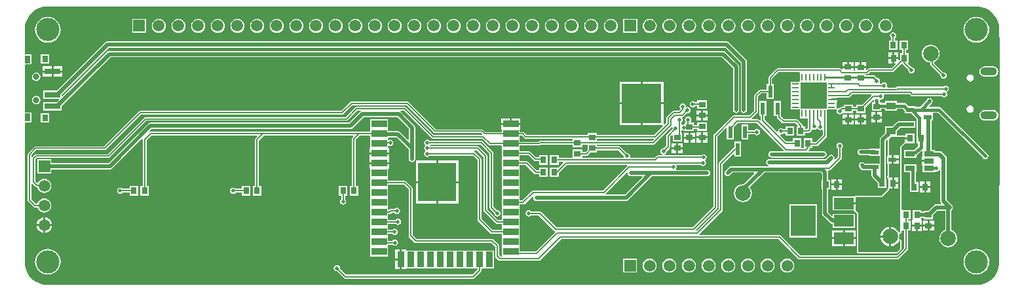
<source format=gtl>
G04*
G04 #@! TF.GenerationSoftware,Altium Limited,Altium Designer,19.0.14 (431)*
G04*
G04 Layer_Physical_Order=1*
G04 Layer_Color=255*
%FSLAX44Y44*%
%MOMM*%
G71*
G01*
G75*
%ADD11C,0.2500*%
%ADD12C,0.3000*%
%ADD14C,0.2000*%
%ADD15C,0.1270*%
%ADD17R,0.8000X0.9000*%
%ADD18R,0.9000X0.8000*%
%ADD19R,0.9652X0.2032*%
%ADD20R,0.2032X0.9652*%
%ADD22R,5.1000X5.1000*%
%ADD23R,1.0500X0.6000*%
%ADD24R,2.5000X1.5000*%
%ADD25R,3.2500X4.0000*%
%ADD26R,0.6000X1.6000*%
%ADD27R,1.2190X0.9140*%
%ADD28R,1.3000X0.7000*%
%ADD29R,2.0000X0.9000*%
%ADD30R,0.9000X2.0000*%
%ADD31R,5.0000X5.0000*%
%ADD32R,2.0000X0.8001*%
%ADD33R,0.8001X1.0000*%
%ADD34R,0.8001X0.8999*%
%ADD38R,3.3528X3.3528*%
G04:AMPARAMS|DCode=61|XSize=2mm|YSize=2mm|CornerRadius=1mm|HoleSize=0mm|Usage=FLASHONLY|Rotation=0.000|XOffset=0mm|YOffset=0mm|HoleType=Round|Shape=RoundedRectangle|*
%AMROUNDEDRECTD61*
21,1,2.0000,0.0000,0,0,0.0*
21,1,0.0000,2.0000,0,0,0.0*
1,1,2.0000,0.0000,0.0000*
1,1,2.0000,0.0000,0.0000*
1,1,2.0000,0.0000,0.0000*
1,1,2.0000,0.0000,0.0000*
%
%ADD61ROUNDEDRECTD61*%
%ADD62C,0.5000*%
%ADD63C,0.1520*%
%ADD64C,0.4500*%
%ADD65C,0.1000*%
%ADD66R,3.0000X4.0000*%
G04:AMPARAMS|DCode=67|XSize=2.15mm|YSize=1.05mm|CornerRadius=0.525mm|HoleSize=0mm|Usage=FLASHONLY|Rotation=180.000|XOffset=0mm|YOffset=0mm|HoleType=Round|Shape=RoundedRectangle|*
%AMROUNDEDRECTD67*
21,1,2.1500,0.0000,0,0,180.0*
21,1,1.1000,1.0500,0,0,180.0*
1,1,1.0500,-0.5500,0.0000*
1,1,1.0500,0.5500,0.0000*
1,1,1.0500,0.5500,0.0000*
1,1,1.0500,-0.5500,0.0000*
%
%ADD67ROUNDEDRECTD67*%
%ADD68C,1.0000*%
%ADD69C,1.5000*%
%ADD70R,1.5000X1.5000*%
%ADD71R,1.5000X1.5000*%
%ADD72C,0.8001*%
%ADD73C,0.5000*%
%ADD74C,3.0000*%
G36*
X327500Y1245220D02*
X327500Y1245220D01*
X1527500Y1245220D01*
X1529433Y1245171D01*
X1533255Y1244569D01*
X1536965Y1243473D01*
X1540500Y1241902D01*
X1543799Y1239884D01*
X1546808Y1237451D01*
X1549473Y1234648D01*
X1551749Y1231520D01*
X1553597Y1228121D01*
X1554986Y1224511D01*
X1555892Y1220750D01*
X1556299Y1216904D01*
X1556250Y1214970D01*
X1556250Y1214970D01*
X1556250Y1214970D01*
X1556500Y1196470D01*
Y1114220D01*
X1556250Y913208D01*
X1556159Y911283D01*
X1555476Y907491D01*
X1554304Y903821D01*
X1552663Y900334D01*
X1550581Y897092D01*
X1548093Y894150D01*
X1545243Y891557D01*
X1542079Y889359D01*
X1538655Y887592D01*
X1535029Y886287D01*
X1531264Y885467D01*
X1527425Y885145D01*
X1525500Y885237D01*
X1525500Y885237D01*
X1525500Y885237D01*
X327500D01*
X325570Y885140D01*
X321716Y885451D01*
X317937Y886263D01*
X314296Y887561D01*
X310855Y889323D01*
X307674Y891519D01*
X304807Y894112D01*
X302303Y897057D01*
X300204Y900303D01*
X298548Y903796D01*
X297361Y907475D01*
X296665Y911277D01*
X296567Y913208D01*
X296568Y913208D01*
X296527Y1094577D01*
X297425Y1095475D01*
X305775D01*
Y1108523D01*
X296524D01*
X296510Y1169578D01*
X297408Y1170477D01*
X305775D01*
Y1183525D01*
X296507D01*
X296500Y1216470D01*
X296574Y1218428D01*
X297231Y1222291D01*
X298387Y1226036D01*
X300022Y1229598D01*
X302108Y1232915D01*
X304609Y1235933D01*
X307482Y1238598D01*
X310679Y1240865D01*
X314144Y1242695D01*
X317819Y1244057D01*
X321640Y1244929D01*
X325542Y1245294D01*
X327500Y1245220D01*
D02*
G37*
%LPC*%
G36*
X453524Y1229494D02*
X435476D01*
Y1211446D01*
X453524D01*
Y1229494D01*
D02*
G37*
G36*
X1088124Y1229494D02*
X1070076D01*
Y1211446D01*
X1088124D01*
Y1229494D01*
D02*
G37*
G36*
X1054100Y1229572D02*
X1051744Y1229262D01*
X1049549Y1228352D01*
X1047664Y1226906D01*
X1046218Y1225021D01*
X1045308Y1222826D01*
X1044998Y1220470D01*
X1045308Y1218114D01*
X1046218Y1215919D01*
X1047664Y1214034D01*
X1049549Y1212588D01*
X1051744Y1211678D01*
X1054100Y1211368D01*
X1056456Y1211678D01*
X1058651Y1212588D01*
X1060536Y1214034D01*
X1061982Y1215919D01*
X1062892Y1218114D01*
X1063202Y1220470D01*
X1062892Y1222826D01*
X1061982Y1225021D01*
X1060536Y1226906D01*
X1058651Y1228352D01*
X1056456Y1229262D01*
X1054100Y1229572D01*
D02*
G37*
G36*
X1028700D02*
X1026344Y1229262D01*
X1024149Y1228352D01*
X1022264Y1226906D01*
X1020818Y1225021D01*
X1019908Y1222826D01*
X1019598Y1220470D01*
X1019908Y1218114D01*
X1020818Y1215919D01*
X1022264Y1214034D01*
X1024149Y1212588D01*
X1026344Y1211678D01*
X1028700Y1211368D01*
X1031056Y1211678D01*
X1033251Y1212588D01*
X1035136Y1214034D01*
X1036582Y1215919D01*
X1037492Y1218114D01*
X1037802Y1220470D01*
X1037492Y1222826D01*
X1036582Y1225021D01*
X1035136Y1226906D01*
X1033251Y1228352D01*
X1031056Y1229262D01*
X1028700Y1229572D01*
D02*
G37*
G36*
X1003300D02*
X1000944Y1229262D01*
X998749Y1228352D01*
X996864Y1226906D01*
X995418Y1225021D01*
X994508Y1222826D01*
X994198Y1220470D01*
X994508Y1218114D01*
X995418Y1215919D01*
X996864Y1214034D01*
X998749Y1212588D01*
X1000944Y1211678D01*
X1003300Y1211368D01*
X1005656Y1211678D01*
X1007851Y1212588D01*
X1009736Y1214034D01*
X1011182Y1215919D01*
X1012092Y1218114D01*
X1012402Y1220470D01*
X1012092Y1222826D01*
X1011182Y1225021D01*
X1009736Y1226906D01*
X1007851Y1228352D01*
X1005656Y1229262D01*
X1003300Y1229572D01*
D02*
G37*
G36*
X977900D02*
X975544Y1229262D01*
X973349Y1228352D01*
X971464Y1226906D01*
X970018Y1225021D01*
X969108Y1222826D01*
X968798Y1220470D01*
X969108Y1218114D01*
X970018Y1215919D01*
X971464Y1214034D01*
X973349Y1212588D01*
X975544Y1211678D01*
X977900Y1211368D01*
X980256Y1211678D01*
X982451Y1212588D01*
X984336Y1214034D01*
X985782Y1215919D01*
X986692Y1218114D01*
X987002Y1220470D01*
X986692Y1222826D01*
X985782Y1225021D01*
X984336Y1226906D01*
X982451Y1228352D01*
X980256Y1229262D01*
X977900Y1229572D01*
D02*
G37*
G36*
X952500D02*
X950144Y1229262D01*
X947949Y1228352D01*
X946064Y1226906D01*
X944618Y1225021D01*
X943708Y1222826D01*
X943398Y1220470D01*
X943708Y1218114D01*
X944618Y1215919D01*
X946064Y1214034D01*
X947949Y1212588D01*
X950144Y1211678D01*
X952500Y1211368D01*
X954856Y1211678D01*
X957051Y1212588D01*
X958936Y1214034D01*
X960382Y1215919D01*
X961292Y1218114D01*
X961602Y1220470D01*
X961292Y1222826D01*
X960382Y1225021D01*
X958936Y1226906D01*
X957051Y1228352D01*
X954856Y1229262D01*
X952500Y1229572D01*
D02*
G37*
G36*
X927100D02*
X924744Y1229262D01*
X922549Y1228352D01*
X920664Y1226906D01*
X919218Y1225021D01*
X918308Y1222826D01*
X917998Y1220470D01*
X918308Y1218114D01*
X919218Y1215919D01*
X920664Y1214034D01*
X922549Y1212588D01*
X924744Y1211678D01*
X927100Y1211368D01*
X929456Y1211678D01*
X931651Y1212588D01*
X933536Y1214034D01*
X934982Y1215919D01*
X935892Y1218114D01*
X936202Y1220470D01*
X935892Y1222826D01*
X934982Y1225021D01*
X933536Y1226906D01*
X931651Y1228352D01*
X929456Y1229262D01*
X927100Y1229572D01*
D02*
G37*
G36*
X901700D02*
X899344Y1229262D01*
X897149Y1228352D01*
X895264Y1226906D01*
X893818Y1225021D01*
X892908Y1222826D01*
X892598Y1220470D01*
X892908Y1218114D01*
X893818Y1215919D01*
X895264Y1214034D01*
X897149Y1212588D01*
X899344Y1211678D01*
X901700Y1211368D01*
X904056Y1211678D01*
X906251Y1212588D01*
X908136Y1214034D01*
X909582Y1215919D01*
X910492Y1218114D01*
X910802Y1220470D01*
X910492Y1222826D01*
X909582Y1225021D01*
X908136Y1226906D01*
X906251Y1228352D01*
X904056Y1229262D01*
X901700Y1229572D01*
D02*
G37*
G36*
X876300D02*
X873944Y1229262D01*
X871749Y1228352D01*
X869864Y1226906D01*
X868418Y1225021D01*
X867508Y1222826D01*
X867198Y1220470D01*
X867508Y1218114D01*
X868418Y1215919D01*
X869864Y1214034D01*
X871749Y1212588D01*
X873944Y1211678D01*
X876300Y1211368D01*
X878656Y1211678D01*
X880851Y1212588D01*
X882736Y1214034D01*
X884182Y1215919D01*
X885092Y1218114D01*
X885402Y1220470D01*
X885092Y1222826D01*
X884182Y1225021D01*
X882736Y1226906D01*
X880851Y1228352D01*
X878656Y1229262D01*
X876300Y1229572D01*
D02*
G37*
G36*
X850900D02*
X848544Y1229262D01*
X846349Y1228352D01*
X844464Y1226906D01*
X843018Y1225021D01*
X842108Y1222826D01*
X841798Y1220470D01*
X842108Y1218114D01*
X843018Y1215919D01*
X844464Y1214034D01*
X846349Y1212588D01*
X848544Y1211678D01*
X850900Y1211368D01*
X853256Y1211678D01*
X855451Y1212588D01*
X857336Y1214034D01*
X858782Y1215919D01*
X859692Y1218114D01*
X860002Y1220470D01*
X859692Y1222826D01*
X858782Y1225021D01*
X857336Y1226906D01*
X855451Y1228352D01*
X853256Y1229262D01*
X850900Y1229572D01*
D02*
G37*
G36*
X825500D02*
X823144Y1229262D01*
X820949Y1228352D01*
X819064Y1226906D01*
X817618Y1225021D01*
X816708Y1222826D01*
X816398Y1220470D01*
X816708Y1218114D01*
X817618Y1215919D01*
X819064Y1214034D01*
X820949Y1212588D01*
X823144Y1211678D01*
X825500Y1211368D01*
X827856Y1211678D01*
X830051Y1212588D01*
X831936Y1214034D01*
X833382Y1215919D01*
X834292Y1218114D01*
X834602Y1220470D01*
X834292Y1222826D01*
X833382Y1225021D01*
X831936Y1226906D01*
X830051Y1228352D01*
X827856Y1229262D01*
X825500Y1229572D01*
D02*
G37*
G36*
X800100D02*
X797744Y1229262D01*
X795549Y1228352D01*
X793664Y1226906D01*
X792218Y1225021D01*
X791308Y1222826D01*
X790998Y1220470D01*
X791308Y1218114D01*
X792218Y1215919D01*
X793664Y1214034D01*
X795549Y1212588D01*
X797744Y1211678D01*
X800100Y1211368D01*
X802456Y1211678D01*
X804651Y1212588D01*
X806536Y1214034D01*
X807982Y1215919D01*
X808892Y1218114D01*
X809202Y1220470D01*
X808892Y1222826D01*
X807982Y1225021D01*
X806536Y1226906D01*
X804651Y1228352D01*
X802456Y1229262D01*
X800100Y1229572D01*
D02*
G37*
G36*
X774700D02*
X772344Y1229262D01*
X770149Y1228352D01*
X768264Y1226906D01*
X766818Y1225021D01*
X765908Y1222826D01*
X765598Y1220470D01*
X765908Y1218114D01*
X766818Y1215919D01*
X768264Y1214034D01*
X770149Y1212588D01*
X772344Y1211678D01*
X774700Y1211368D01*
X777056Y1211678D01*
X779251Y1212588D01*
X781136Y1214034D01*
X782582Y1215919D01*
X783492Y1218114D01*
X783802Y1220470D01*
X783492Y1222826D01*
X782582Y1225021D01*
X781136Y1226906D01*
X779251Y1228352D01*
X777056Y1229262D01*
X774700Y1229572D01*
D02*
G37*
G36*
X749300D02*
X746944Y1229262D01*
X744749Y1228352D01*
X742864Y1226906D01*
X741418Y1225021D01*
X740508Y1222826D01*
X740198Y1220470D01*
X740508Y1218114D01*
X741418Y1215919D01*
X742864Y1214034D01*
X744749Y1212588D01*
X746944Y1211678D01*
X749300Y1211368D01*
X751656Y1211678D01*
X753851Y1212588D01*
X755736Y1214034D01*
X757182Y1215919D01*
X758092Y1218114D01*
X758402Y1220470D01*
X758092Y1222826D01*
X757182Y1225021D01*
X755736Y1226906D01*
X753851Y1228352D01*
X751656Y1229262D01*
X749300Y1229572D01*
D02*
G37*
G36*
X723900D02*
X721544Y1229262D01*
X719349Y1228352D01*
X717464Y1226906D01*
X716018Y1225021D01*
X715108Y1222826D01*
X714798Y1220470D01*
X715108Y1218114D01*
X716018Y1215919D01*
X717464Y1214034D01*
X719349Y1212588D01*
X721544Y1211678D01*
X723900Y1211368D01*
X726256Y1211678D01*
X728451Y1212588D01*
X730336Y1214034D01*
X731782Y1215919D01*
X732692Y1218114D01*
X733002Y1220470D01*
X732692Y1222826D01*
X731782Y1225021D01*
X730336Y1226906D01*
X728451Y1228352D01*
X726256Y1229262D01*
X723900Y1229572D01*
D02*
G37*
G36*
X698500D02*
X696144Y1229262D01*
X693949Y1228352D01*
X692064Y1226906D01*
X690618Y1225021D01*
X689708Y1222826D01*
X689398Y1220470D01*
X689708Y1218114D01*
X690618Y1215919D01*
X692064Y1214034D01*
X693949Y1212588D01*
X696144Y1211678D01*
X698500Y1211368D01*
X700856Y1211678D01*
X703051Y1212588D01*
X704936Y1214034D01*
X706382Y1215919D01*
X707292Y1218114D01*
X707602Y1220470D01*
X707292Y1222826D01*
X706382Y1225021D01*
X704936Y1226906D01*
X703051Y1228352D01*
X700856Y1229262D01*
X698500Y1229572D01*
D02*
G37*
G36*
X673100D02*
X670744Y1229262D01*
X668549Y1228352D01*
X666664Y1226906D01*
X665218Y1225021D01*
X664308Y1222826D01*
X663998Y1220470D01*
X664308Y1218114D01*
X665218Y1215919D01*
X666664Y1214034D01*
X668549Y1212588D01*
X670744Y1211678D01*
X673100Y1211368D01*
X675456Y1211678D01*
X677651Y1212588D01*
X679536Y1214034D01*
X680982Y1215919D01*
X681892Y1218114D01*
X682202Y1220470D01*
X681892Y1222826D01*
X680982Y1225021D01*
X679536Y1226906D01*
X677651Y1228352D01*
X675456Y1229262D01*
X673100Y1229572D01*
D02*
G37*
G36*
X647700D02*
X645344Y1229262D01*
X643149Y1228352D01*
X641264Y1226906D01*
X639818Y1225021D01*
X638908Y1222826D01*
X638598Y1220470D01*
X638908Y1218114D01*
X639818Y1215919D01*
X641264Y1214034D01*
X643149Y1212588D01*
X645344Y1211678D01*
X647700Y1211368D01*
X650056Y1211678D01*
X652251Y1212588D01*
X654136Y1214034D01*
X655582Y1215919D01*
X656492Y1218114D01*
X656802Y1220470D01*
X656492Y1222826D01*
X655582Y1225021D01*
X654136Y1226906D01*
X652251Y1228352D01*
X650056Y1229262D01*
X647700Y1229572D01*
D02*
G37*
G36*
X622300D02*
X619944Y1229262D01*
X617749Y1228352D01*
X615864Y1226906D01*
X614418Y1225021D01*
X613508Y1222826D01*
X613198Y1220470D01*
X613508Y1218114D01*
X614418Y1215919D01*
X615864Y1214034D01*
X617749Y1212588D01*
X619944Y1211678D01*
X622300Y1211368D01*
X624656Y1211678D01*
X626851Y1212588D01*
X628736Y1214034D01*
X630182Y1215919D01*
X631092Y1218114D01*
X631402Y1220470D01*
X631092Y1222826D01*
X630182Y1225021D01*
X628736Y1226906D01*
X626851Y1228352D01*
X624656Y1229262D01*
X622300Y1229572D01*
D02*
G37*
G36*
X596900D02*
X594544Y1229262D01*
X592349Y1228352D01*
X590464Y1226906D01*
X589018Y1225021D01*
X588108Y1222826D01*
X587798Y1220470D01*
X588108Y1218114D01*
X589018Y1215919D01*
X590464Y1214034D01*
X592349Y1212588D01*
X594544Y1211678D01*
X596900Y1211368D01*
X599256Y1211678D01*
X601451Y1212588D01*
X603336Y1214034D01*
X604782Y1215919D01*
X605692Y1218114D01*
X606002Y1220470D01*
X605692Y1222826D01*
X604782Y1225021D01*
X603336Y1226906D01*
X601451Y1228352D01*
X599256Y1229262D01*
X596900Y1229572D01*
D02*
G37*
G36*
X571500D02*
X569144Y1229262D01*
X566949Y1228352D01*
X565064Y1226906D01*
X563618Y1225021D01*
X562708Y1222826D01*
X562398Y1220470D01*
X562708Y1218114D01*
X563618Y1215919D01*
X565064Y1214034D01*
X566949Y1212588D01*
X569144Y1211678D01*
X571500Y1211368D01*
X573856Y1211678D01*
X576051Y1212588D01*
X577936Y1214034D01*
X579382Y1215919D01*
X580292Y1218114D01*
X580602Y1220470D01*
X580292Y1222826D01*
X579382Y1225021D01*
X577936Y1226906D01*
X576051Y1228352D01*
X573856Y1229262D01*
X571500Y1229572D01*
D02*
G37*
G36*
X546100D02*
X543744Y1229262D01*
X541549Y1228352D01*
X539664Y1226906D01*
X538218Y1225021D01*
X537308Y1222826D01*
X536998Y1220470D01*
X537308Y1218114D01*
X538218Y1215919D01*
X539664Y1214034D01*
X541549Y1212588D01*
X543744Y1211678D01*
X546100Y1211368D01*
X548456Y1211678D01*
X550651Y1212588D01*
X552536Y1214034D01*
X553982Y1215919D01*
X554892Y1218114D01*
X555202Y1220470D01*
X554892Y1222826D01*
X553982Y1225021D01*
X552536Y1226906D01*
X550651Y1228352D01*
X548456Y1229262D01*
X546100Y1229572D01*
D02*
G37*
G36*
X520700D02*
X518344Y1229262D01*
X516149Y1228352D01*
X514264Y1226906D01*
X512818Y1225021D01*
X511908Y1222826D01*
X511598Y1220470D01*
X511908Y1218114D01*
X512818Y1215919D01*
X514264Y1214034D01*
X516149Y1212588D01*
X518344Y1211678D01*
X520700Y1211368D01*
X523056Y1211678D01*
X525251Y1212588D01*
X527136Y1214034D01*
X528582Y1215919D01*
X529492Y1218114D01*
X529802Y1220470D01*
X529492Y1222826D01*
X528582Y1225021D01*
X527136Y1226906D01*
X525251Y1228352D01*
X523056Y1229262D01*
X520700Y1229572D01*
D02*
G37*
G36*
X495300D02*
X492944Y1229262D01*
X490749Y1228352D01*
X488864Y1226906D01*
X487418Y1225021D01*
X486508Y1222826D01*
X486198Y1220470D01*
X486508Y1218114D01*
X487418Y1215919D01*
X488864Y1214034D01*
X490749Y1212588D01*
X492944Y1211678D01*
X495300Y1211368D01*
X497656Y1211678D01*
X499851Y1212588D01*
X501736Y1214034D01*
X503182Y1215919D01*
X504092Y1218114D01*
X504402Y1220470D01*
X504092Y1222826D01*
X503182Y1225021D01*
X501736Y1226906D01*
X499851Y1228352D01*
X497656Y1229262D01*
X495300Y1229572D01*
D02*
G37*
G36*
X469900D02*
X467544Y1229262D01*
X465349Y1228352D01*
X463464Y1226906D01*
X462018Y1225021D01*
X461108Y1222826D01*
X460798Y1220470D01*
X461108Y1218114D01*
X462018Y1215919D01*
X463464Y1214034D01*
X465349Y1212588D01*
X467544Y1211678D01*
X469900Y1211368D01*
X472256Y1211678D01*
X474451Y1212588D01*
X476336Y1214034D01*
X477782Y1215919D01*
X478692Y1218114D01*
X479002Y1220470D01*
X478692Y1222826D01*
X477782Y1225021D01*
X476336Y1226906D01*
X474451Y1228352D01*
X472256Y1229262D01*
X469900Y1229572D01*
D02*
G37*
G36*
X1409300Y1229572D02*
X1406944Y1229262D01*
X1404749Y1228352D01*
X1402864Y1226906D01*
X1401418Y1225021D01*
X1400508Y1222826D01*
X1400198Y1220470D01*
X1400508Y1218114D01*
X1401418Y1215919D01*
X1402864Y1214034D01*
X1404749Y1212588D01*
X1406944Y1211678D01*
X1409300Y1211368D01*
X1411656Y1211678D01*
X1413851Y1212588D01*
X1415736Y1214034D01*
X1417182Y1215919D01*
X1418092Y1218114D01*
X1418402Y1220470D01*
X1418092Y1222826D01*
X1417182Y1225021D01*
X1415736Y1226906D01*
X1413851Y1228352D01*
X1411656Y1229262D01*
X1409300Y1229572D01*
D02*
G37*
G36*
X1383900D02*
X1381544Y1229262D01*
X1379349Y1228352D01*
X1377464Y1226906D01*
X1376018Y1225021D01*
X1375108Y1222826D01*
X1374798Y1220470D01*
X1375108Y1218114D01*
X1376018Y1215919D01*
X1377464Y1214034D01*
X1379349Y1212588D01*
X1381544Y1211678D01*
X1383900Y1211368D01*
X1386256Y1211678D01*
X1388451Y1212588D01*
X1390336Y1214034D01*
X1391782Y1215919D01*
X1392692Y1218114D01*
X1393002Y1220470D01*
X1392692Y1222826D01*
X1391782Y1225021D01*
X1390336Y1226906D01*
X1388451Y1228352D01*
X1386256Y1229262D01*
X1383900Y1229572D01*
D02*
G37*
G36*
X1358500D02*
X1356144Y1229262D01*
X1353949Y1228352D01*
X1352064Y1226906D01*
X1350618Y1225021D01*
X1349708Y1222826D01*
X1349398Y1220470D01*
X1349708Y1218114D01*
X1350618Y1215919D01*
X1352064Y1214034D01*
X1353949Y1212588D01*
X1356144Y1211678D01*
X1358500Y1211368D01*
X1360856Y1211678D01*
X1363051Y1212588D01*
X1364936Y1214034D01*
X1366382Y1215919D01*
X1367292Y1218114D01*
X1367602Y1220470D01*
X1367292Y1222826D01*
X1366382Y1225021D01*
X1364936Y1226906D01*
X1363051Y1228352D01*
X1360856Y1229262D01*
X1358500Y1229572D01*
D02*
G37*
G36*
X1333100D02*
X1330744Y1229262D01*
X1328549Y1228352D01*
X1326664Y1226906D01*
X1325218Y1225021D01*
X1324308Y1222826D01*
X1323998Y1220470D01*
X1324308Y1218114D01*
X1325218Y1215919D01*
X1326664Y1214034D01*
X1328549Y1212588D01*
X1330744Y1211678D01*
X1333100Y1211368D01*
X1335456Y1211678D01*
X1337651Y1212588D01*
X1339536Y1214034D01*
X1340982Y1215919D01*
X1341892Y1218114D01*
X1342202Y1220470D01*
X1341892Y1222826D01*
X1340982Y1225021D01*
X1339536Y1226906D01*
X1337651Y1228352D01*
X1335456Y1229262D01*
X1333100Y1229572D01*
D02*
G37*
G36*
X1307700D02*
X1305344Y1229262D01*
X1303149Y1228352D01*
X1301264Y1226906D01*
X1299818Y1225021D01*
X1298908Y1222826D01*
X1298598Y1220470D01*
X1298908Y1218114D01*
X1299818Y1215919D01*
X1301264Y1214034D01*
X1303149Y1212588D01*
X1305344Y1211678D01*
X1307700Y1211368D01*
X1310056Y1211678D01*
X1312251Y1212588D01*
X1314136Y1214034D01*
X1315582Y1215919D01*
X1316492Y1218114D01*
X1316802Y1220470D01*
X1316492Y1222826D01*
X1315582Y1225021D01*
X1314136Y1226906D01*
X1312251Y1228352D01*
X1310056Y1229262D01*
X1307700Y1229572D01*
D02*
G37*
G36*
X1282300D02*
X1279944Y1229262D01*
X1277749Y1228352D01*
X1275864Y1226906D01*
X1274418Y1225021D01*
X1273508Y1222826D01*
X1273198Y1220470D01*
X1273508Y1218114D01*
X1274418Y1215919D01*
X1275864Y1214034D01*
X1277749Y1212588D01*
X1279944Y1211678D01*
X1282300Y1211368D01*
X1284656Y1211678D01*
X1286851Y1212588D01*
X1288736Y1214034D01*
X1290182Y1215919D01*
X1291092Y1218114D01*
X1291402Y1220470D01*
X1291092Y1222826D01*
X1290182Y1225021D01*
X1288736Y1226906D01*
X1286851Y1228352D01*
X1284656Y1229262D01*
X1282300Y1229572D01*
D02*
G37*
G36*
X1256900D02*
X1254544Y1229262D01*
X1252349Y1228352D01*
X1250464Y1226906D01*
X1249018Y1225021D01*
X1248108Y1222826D01*
X1247798Y1220470D01*
X1248108Y1218114D01*
X1249018Y1215919D01*
X1250464Y1214034D01*
X1252349Y1212588D01*
X1254544Y1211678D01*
X1256900Y1211368D01*
X1259256Y1211678D01*
X1261451Y1212588D01*
X1263336Y1214034D01*
X1264782Y1215919D01*
X1265692Y1218114D01*
X1266002Y1220470D01*
X1265692Y1222826D01*
X1264782Y1225021D01*
X1263336Y1226906D01*
X1261451Y1228352D01*
X1259256Y1229262D01*
X1256900Y1229572D01*
D02*
G37*
G36*
X1231500D02*
X1229144Y1229262D01*
X1226949Y1228352D01*
X1225064Y1226906D01*
X1223618Y1225021D01*
X1222708Y1222826D01*
X1222398Y1220470D01*
X1222708Y1218114D01*
X1223618Y1215919D01*
X1225064Y1214034D01*
X1226949Y1212588D01*
X1229144Y1211678D01*
X1231500Y1211368D01*
X1233856Y1211678D01*
X1236051Y1212588D01*
X1237936Y1214034D01*
X1239382Y1215919D01*
X1240292Y1218114D01*
X1240602Y1220470D01*
X1240292Y1222826D01*
X1239382Y1225021D01*
X1237936Y1226906D01*
X1236051Y1228352D01*
X1233856Y1229262D01*
X1231500Y1229572D01*
D02*
G37*
G36*
X1206100D02*
X1203744Y1229262D01*
X1201549Y1228352D01*
X1199664Y1226906D01*
X1198218Y1225021D01*
X1197308Y1222826D01*
X1196998Y1220470D01*
X1197308Y1218114D01*
X1198218Y1215919D01*
X1199664Y1214034D01*
X1201549Y1212588D01*
X1203744Y1211678D01*
X1206100Y1211368D01*
X1208456Y1211678D01*
X1210651Y1212588D01*
X1212536Y1214034D01*
X1213982Y1215919D01*
X1214892Y1218114D01*
X1215202Y1220470D01*
X1214892Y1222826D01*
X1213982Y1225021D01*
X1212536Y1226906D01*
X1210651Y1228352D01*
X1208456Y1229262D01*
X1206100Y1229572D01*
D02*
G37*
G36*
X1180700D02*
X1178344Y1229262D01*
X1176149Y1228352D01*
X1174264Y1226906D01*
X1172818Y1225021D01*
X1171908Y1222826D01*
X1171598Y1220470D01*
X1171908Y1218114D01*
X1172818Y1215919D01*
X1174264Y1214034D01*
X1176149Y1212588D01*
X1178344Y1211678D01*
X1180700Y1211368D01*
X1183056Y1211678D01*
X1185251Y1212588D01*
X1187136Y1214034D01*
X1188582Y1215919D01*
X1189492Y1218114D01*
X1189802Y1220470D01*
X1189492Y1222826D01*
X1188582Y1225021D01*
X1187136Y1226906D01*
X1185251Y1228352D01*
X1183056Y1229262D01*
X1180700Y1229572D01*
D02*
G37*
G36*
X1155300D02*
X1152944Y1229262D01*
X1150749Y1228352D01*
X1148864Y1226906D01*
X1147418Y1225021D01*
X1146508Y1222826D01*
X1146198Y1220470D01*
X1146508Y1218114D01*
X1147418Y1215919D01*
X1148864Y1214034D01*
X1150749Y1212588D01*
X1152944Y1211678D01*
X1155300Y1211368D01*
X1157656Y1211678D01*
X1159851Y1212588D01*
X1161736Y1214034D01*
X1163182Y1215919D01*
X1164092Y1218114D01*
X1164402Y1220470D01*
X1164092Y1222826D01*
X1163182Y1225021D01*
X1161736Y1226906D01*
X1159851Y1228352D01*
X1157656Y1229262D01*
X1155300Y1229572D01*
D02*
G37*
G36*
X1129900D02*
X1127544Y1229262D01*
X1125349Y1228352D01*
X1123464Y1226906D01*
X1122018Y1225021D01*
X1121108Y1222826D01*
X1120798Y1220470D01*
X1121108Y1218114D01*
X1122018Y1215919D01*
X1123464Y1214034D01*
X1125349Y1212588D01*
X1127544Y1211678D01*
X1129900Y1211368D01*
X1132256Y1211678D01*
X1134451Y1212588D01*
X1136336Y1214034D01*
X1137782Y1215919D01*
X1138692Y1218114D01*
X1139002Y1220470D01*
X1138692Y1222826D01*
X1137782Y1225021D01*
X1136336Y1226906D01*
X1134451Y1228352D01*
X1132256Y1229262D01*
X1129900Y1229572D01*
D02*
G37*
G36*
X1104500D02*
X1102144Y1229262D01*
X1099949Y1228352D01*
X1098064Y1226906D01*
X1096618Y1225021D01*
X1095708Y1222826D01*
X1095398Y1220470D01*
X1095708Y1218114D01*
X1096618Y1215919D01*
X1098064Y1214034D01*
X1099949Y1212588D01*
X1102144Y1211678D01*
X1104500Y1211368D01*
X1106856Y1211678D01*
X1109051Y1212588D01*
X1110936Y1214034D01*
X1112382Y1215919D01*
X1113292Y1218114D01*
X1113602Y1220470D01*
X1113292Y1222826D01*
X1112382Y1225021D01*
X1110936Y1226906D01*
X1109051Y1228352D01*
X1106856Y1229262D01*
X1104500Y1229572D01*
D02*
G37*
G36*
X1526500Y1231824D02*
X1523261Y1231505D01*
X1520146Y1230560D01*
X1517275Y1229026D01*
X1514759Y1226961D01*
X1512694Y1224445D01*
X1511160Y1221574D01*
X1510215Y1218459D01*
X1509896Y1215220D01*
X1510215Y1211981D01*
X1511160Y1208866D01*
X1512694Y1205995D01*
X1514759Y1203479D01*
X1517275Y1201414D01*
X1520146Y1199880D01*
X1523261Y1198935D01*
X1526500Y1198616D01*
X1529739Y1198935D01*
X1532854Y1199880D01*
X1535725Y1201414D01*
X1538241Y1203479D01*
X1540306Y1205995D01*
X1541840Y1208866D01*
X1542785Y1211981D01*
X1543104Y1215220D01*
X1542785Y1218459D01*
X1541840Y1221574D01*
X1540306Y1224445D01*
X1538241Y1226961D01*
X1535725Y1229026D01*
X1532854Y1230560D01*
X1529739Y1231505D01*
X1526500Y1231824D01*
D02*
G37*
G36*
X326500D02*
X323261Y1231505D01*
X320146Y1230560D01*
X317275Y1229026D01*
X314759Y1226961D01*
X312694Y1224445D01*
X311160Y1221574D01*
X310215Y1218459D01*
X309896Y1215220D01*
X310215Y1211981D01*
X311160Y1208866D01*
X312694Y1205995D01*
X314759Y1203479D01*
X317275Y1201414D01*
X320146Y1199880D01*
X323261Y1198935D01*
X326500Y1198616D01*
X329739Y1198935D01*
X332854Y1199880D01*
X335725Y1201414D01*
X338241Y1203479D01*
X340306Y1205995D01*
X341840Y1208866D01*
X342785Y1211981D01*
X343104Y1215220D01*
X342785Y1218459D01*
X341840Y1221574D01*
X340306Y1224445D01*
X338241Y1226961D01*
X335725Y1229026D01*
X332854Y1230560D01*
X329739Y1231505D01*
X326500Y1231824D01*
D02*
G37*
G36*
X1419000Y1212103D02*
X1417430Y1211790D01*
X1416099Y1210901D01*
X1415210Y1209570D01*
X1414897Y1208000D01*
X1415210Y1206430D01*
X1416099Y1205099D01*
X1416427Y1204880D01*
Y1201024D01*
X1413476D01*
Y1188976D01*
X1424524D01*
Y1201024D01*
X1421573D01*
Y1204880D01*
X1421901Y1205099D01*
X1422791Y1206430D01*
X1423103Y1208000D01*
X1422791Y1209570D01*
X1421901Y1210901D01*
X1420570Y1211790D01*
X1419000Y1212103D01*
D02*
G37*
G36*
X1425790Y1185790D02*
X1420520D01*
Y1180020D01*
X1425790D01*
Y1185790D01*
D02*
G37*
G36*
X1417980D02*
X1412710D01*
Y1180020D01*
X1417980D01*
Y1185790D01*
D02*
G37*
G36*
X1438524Y1201024D02*
X1427476D01*
Y1188976D01*
X1430551D01*
Y1184774D01*
X1427726D01*
Y1176153D01*
X1426982Y1175553D01*
X1425790Y1176075D01*
Y1177480D01*
X1420520D01*
Y1171710D01*
X1421757D01*
X1422243Y1170537D01*
X1417035Y1165329D01*
X1388000D01*
X1387109Y1165152D01*
X1386353Y1164647D01*
X1385213Y1163507D01*
X1384040Y1163993D01*
Y1165605D01*
X1369960D01*
Y1162329D01*
X1367775D01*
Y1165730D01*
X1353695D01*
Y1164258D01*
X1352522Y1163772D01*
X1351647Y1164647D01*
X1350891Y1165152D01*
X1350000Y1165329D01*
X1270000D01*
X1269109Y1165152D01*
X1268353Y1164647D01*
X1268353Y1164647D01*
X1258353Y1154647D01*
X1257849Y1153891D01*
X1257671Y1153000D01*
Y1145023D01*
X1255476D01*
Y1137828D01*
X1247499D01*
X1247499Y1137828D01*
X1246608Y1137650D01*
X1245852Y1137145D01*
X1240353Y1131647D01*
X1239848Y1130891D01*
X1239671Y1130000D01*
Y1110965D01*
X1233035Y1104329D01*
X1213000D01*
X1213000Y1104329D01*
X1212109Y1104152D01*
X1211353Y1103647D01*
X1188101Y1080395D01*
X1188015Y1080378D01*
X1187180Y1079820D01*
X1186622Y1078985D01*
X1186427Y1078000D01*
Y986066D01*
X1159934Y959573D01*
X984066D01*
X963820Y979820D01*
X962985Y980378D01*
X962000Y980574D01*
X951120D01*
X950901Y980901D01*
X949570Y981790D01*
X948000Y982103D01*
X946430Y981790D01*
X945099Y980901D01*
X944210Y979570D01*
X943897Y978000D01*
X944210Y976430D01*
X945099Y975099D01*
X946430Y974210D01*
X948000Y973897D01*
X949570Y974210D01*
X950901Y975099D01*
X951120Y975426D01*
X960934D01*
X981180Y955180D01*
X981555Y954930D01*
X981663Y954738D01*
X981803Y953636D01*
X981749Y953389D01*
X956934Y928574D01*
X936274D01*
X936274Y934600D01*
X936274Y935544D01*
Y946356D01*
X936274Y947300D01*
X936274Y948244D01*
Y959674D01*
X936274D01*
Y960326D01*
X936274D01*
Y971756D01*
X936274Y972700D01*
X936274Y973644D01*
Y984456D01*
X936274Y985400D01*
X936274Y986344D01*
Y989177D01*
X940750D01*
X941735Y989372D01*
X942570Y989930D01*
X953634Y1000994D01*
X954620Y1000185D01*
X954210Y999570D01*
X953897Y998000D01*
X954210Y996430D01*
X955099Y995099D01*
X956430Y994210D01*
X958000Y993897D01*
X1074000D01*
X1075570Y994210D01*
X1076901Y995099D01*
X1107599Y1025797D01*
X1178600D01*
X1180170Y1026109D01*
X1181501Y1026999D01*
X1182391Y1028330D01*
X1182703Y1029900D01*
X1182391Y1031470D01*
X1181501Y1032801D01*
X1180170Y1033690D01*
X1178600Y1034003D01*
X1138747D01*
X1138184Y1035273D01*
X1138791Y1036180D01*
X1139103Y1037750D01*
X1138823Y1039154D01*
X1139032Y1039772D01*
X1139381Y1040424D01*
X1169878D01*
X1170097Y1040097D01*
X1171428Y1039207D01*
X1172998Y1038895D01*
X1174568Y1039207D01*
X1175899Y1040097D01*
X1176788Y1041428D01*
X1177101Y1042998D01*
X1176788Y1044568D01*
X1176190Y1045463D01*
X1175908Y1045917D01*
X1176458Y1047053D01*
X1176901Y1047349D01*
X1177791Y1048680D01*
X1178103Y1050250D01*
X1177791Y1051820D01*
X1176901Y1053151D01*
X1175570Y1054041D01*
X1174000Y1054353D01*
X1172430Y1054041D01*
X1171099Y1053151D01*
X1170880Y1052823D01*
X1123362D01*
X1123237Y1054093D01*
X1123820Y1054210D01*
X1125151Y1055099D01*
X1126040Y1056430D01*
X1126353Y1058000D01*
X1126276Y1058387D01*
X1129820Y1061930D01*
X1130378Y1062765D01*
X1130574Y1063750D01*
Y1076684D01*
X1132803Y1078913D01*
X1133976Y1078427D01*
Y1070476D01*
X1146024D01*
Y1081524D01*
X1145598D01*
Y1084906D01*
X1146868Y1085585D01*
X1147430Y1085210D01*
X1149000Y1084897D01*
X1149726Y1084301D01*
Y1084226D01*
X1161774D01*
Y1087177D01*
X1165976D01*
Y1084476D01*
X1178024D01*
Y1095524D01*
X1165976D01*
Y1092323D01*
X1161774D01*
Y1095274D01*
X1157779D01*
X1157198Y1096544D01*
X1157791Y1097430D01*
X1158103Y1099000D01*
X1157791Y1100570D01*
X1156901Y1101901D01*
X1155570Y1102791D01*
X1154000Y1103103D01*
X1152430Y1102791D01*
X1151099Y1101901D01*
X1150210Y1100570D01*
X1149897Y1099000D01*
X1150210Y1097430D01*
X1150801Y1096544D01*
X1150221Y1095274D01*
X1149726D01*
Y1093699D01*
X1149000Y1093103D01*
X1147430Y1092791D01*
X1146868Y1092415D01*
X1145598Y1093093D01*
Y1095896D01*
X1145901Y1096099D01*
X1146790Y1097430D01*
X1147103Y1099000D01*
X1146790Y1100570D01*
X1146235Y1101401D01*
X1146641Y1102402D01*
X1146835Y1102688D01*
X1147641Y1102849D01*
X1148397Y1103353D01*
X1152325Y1107281D01*
X1153000Y1107147D01*
X1154570Y1107459D01*
X1155901Y1108349D01*
X1156790Y1109680D01*
X1157103Y1111250D01*
X1156790Y1112820D01*
X1155901Y1114151D01*
X1154570Y1115041D01*
X1153000Y1115353D01*
X1152237Y1115201D01*
X1151127Y1115979D01*
X1151067Y1116165D01*
X1150788Y1117568D01*
X1149899Y1118899D01*
X1148568Y1119788D01*
X1146998Y1120101D01*
X1145428Y1119788D01*
X1144097Y1118899D01*
X1143207Y1117568D01*
X1142895Y1115998D01*
X1143207Y1114428D01*
X1144097Y1113097D01*
X1144160Y1112453D01*
X1142035Y1110329D01*
X1135000D01*
X1134109Y1110152D01*
X1133353Y1109647D01*
X1126353Y1102647D01*
X1125848Y1101891D01*
X1125671Y1101000D01*
Y1094965D01*
X1123310Y1092603D01*
X1122040Y1093129D01*
Y1118730D01*
X1095270D01*
Y1091960D01*
X1120871D01*
X1121397Y1090690D01*
X1110035Y1079329D01*
X1036024D01*
Y1081524D01*
X1023976D01*
Y1079329D01*
X944965D01*
X941997Y1082297D01*
X941241Y1082802D01*
X940350Y1082979D01*
X936274D01*
Y1086310D01*
X937290D01*
Y1092080D01*
X924750D01*
X912210D01*
Y1086310D01*
X913226D01*
Y1082979D01*
X892315D01*
X889647Y1085647D01*
X888891Y1086152D01*
X888000Y1086329D01*
X827965D01*
X792647Y1121647D01*
X791891Y1122151D01*
X791000Y1122329D01*
X719000D01*
X718109Y1122151D01*
X717353Y1121647D01*
X717353Y1121647D01*
X706035Y1110329D01*
X446000D01*
X445109Y1110152D01*
X444353Y1109647D01*
X444353Y1109647D01*
X399035Y1064329D01*
X310750D01*
X309859Y1064152D01*
X309103Y1063647D01*
X309103Y1063647D01*
X301353Y1055897D01*
X300849Y1055141D01*
X300671Y1054250D01*
Y995000D01*
X300849Y994109D01*
X301353Y993353D01*
X308353Y986353D01*
X309109Y985848D01*
X310000Y985671D01*
X313205D01*
X313208Y985644D01*
X314118Y983449D01*
X315564Y981564D01*
X317449Y980118D01*
X319644Y979208D01*
X322000Y978898D01*
X324356Y979208D01*
X326551Y980118D01*
X328436Y981564D01*
X329882Y983449D01*
X330792Y985644D01*
X331102Y988000D01*
X330792Y990356D01*
X329882Y992551D01*
X328436Y994436D01*
X326551Y995882D01*
X324356Y996792D01*
X322000Y997102D01*
X319644Y996792D01*
X317449Y995882D01*
X315564Y994436D01*
X314118Y992551D01*
X313208Y990356D01*
X313205Y990329D01*
X310965D01*
X305329Y995965D01*
Y1015877D01*
X305636Y1016095D01*
X306599Y1016358D01*
X310353Y1012603D01*
X311109Y1012098D01*
X312000Y1011921D01*
X313134Y1011608D01*
X313208Y1011044D01*
X314118Y1008849D01*
X315564Y1006964D01*
X317449Y1005518D01*
X319644Y1004608D01*
X322000Y1004298D01*
X324356Y1004608D01*
X326551Y1005518D01*
X328436Y1006964D01*
X329882Y1008849D01*
X330792Y1011044D01*
X331102Y1013400D01*
X330792Y1015756D01*
X329882Y1017951D01*
X328436Y1019836D01*
X326551Y1021282D01*
X324356Y1022192D01*
X322000Y1022502D01*
X319644Y1022192D01*
X317449Y1021282D01*
X315564Y1019836D01*
X314118Y1017951D01*
X313892Y1017406D01*
X312406Y1017137D01*
X310329Y1019215D01*
Y1047535D01*
X312465Y1049671D01*
X405000D01*
X405891Y1049848D01*
X406647Y1050353D01*
X453965Y1097671D01*
X712250D01*
X713141Y1097849D01*
X713897Y1098353D01*
X726215Y1110671D01*
X730462D01*
X730847Y1109401D01*
X730099Y1108901D01*
X716301Y1095103D01*
X459000D01*
X457430Y1094790D01*
X456099Y1093901D01*
X405101Y1042903D01*
X331024D01*
Y1047824D01*
X312976D01*
Y1029776D01*
X331024D01*
Y1034697D01*
X406800D01*
X408370Y1035010D01*
X409701Y1035899D01*
X447838Y1074035D01*
X449008Y1073410D01*
X448927Y1073000D01*
Y1013024D01*
X445976D01*
Y1000976D01*
X457024D01*
Y1013024D01*
X454073D01*
Y1071934D01*
X460216Y1078077D01*
X596778D01*
X597264Y1076903D01*
X595180Y1074820D01*
X594622Y1073985D01*
X594426Y1073000D01*
Y1013024D01*
X591476D01*
Y1000976D01*
X602524D01*
Y1013024D01*
X599574D01*
Y1071934D01*
X605716Y1078077D01*
X720778D01*
X721264Y1076903D01*
X720180Y1075820D01*
X719622Y1074985D01*
X719427Y1074000D01*
Y1013024D01*
X716476D01*
Y1000976D01*
X727524D01*
Y1013024D01*
X724574D01*
Y1072934D01*
X729716Y1078077D01*
X742328D01*
X743226Y1077178D01*
X743226Y1074300D01*
X743226Y1073356D01*
Y1062290D01*
X742210D01*
Y1056520D01*
X767290D01*
Y1062290D01*
X766274D01*
Y1064635D01*
X767221Y1065141D01*
X767544Y1065187D01*
X769000Y1064897D01*
X770570Y1065210D01*
X771901Y1066099D01*
X772791Y1067430D01*
X773103Y1069000D01*
X772791Y1070570D01*
X771901Y1071901D01*
X770570Y1072791D01*
X769000Y1073103D01*
X767544Y1072813D01*
X767221Y1072859D01*
X766274Y1073365D01*
Y1074999D01*
X767172Y1075897D01*
X777301D01*
X792897Y1060301D01*
Y1048000D01*
X793210Y1046430D01*
X794099Y1045099D01*
X795430Y1044210D01*
X797000Y1043897D01*
X798570Y1044210D01*
X799901Y1045099D01*
X800790Y1046430D01*
X801103Y1048000D01*
Y1062000D01*
Y1089000D01*
X800790Y1090570D01*
X799901Y1091901D01*
X782901Y1108901D01*
X782153Y1109401D01*
X782538Y1110671D01*
X787035D01*
X822353Y1075353D01*
X822353Y1075353D01*
X823109Y1074848D01*
X824000Y1074671D01*
X888035D01*
X896403Y1066303D01*
X897159Y1065798D01*
X898050Y1065621D01*
X898050Y1065621D01*
X912328D01*
X913226Y1064723D01*
X913226Y1061600D01*
X913226Y1060656D01*
Y1049844D01*
X913226Y1048900D01*
X913226Y1047956D01*
Y1037144D01*
X913226Y1036200D01*
X913226Y1035256D01*
Y1024444D01*
X913226Y1023500D01*
X913226Y1022556D01*
Y1011744D01*
X913226Y1010800D01*
X913226Y1009856D01*
Y999044D01*
X913226Y998100D01*
X913226Y997156D01*
Y986344D01*
X913226Y985400D01*
X913226Y984456D01*
Y973644D01*
X913226Y972700D01*
X913226Y971756D01*
Y968923D01*
X908466D01*
X894573Y982816D01*
Y1052000D01*
X894378Y1052985D01*
X893820Y1053820D01*
X883820Y1063820D01*
X882985Y1064378D01*
X882000Y1064574D01*
X821059D01*
X820552Y1065154D01*
X821130Y1066424D01*
X885936D01*
X897427Y1054934D01*
Y985400D01*
X897622Y984415D01*
X898180Y983580D01*
X903374Y978387D01*
X903297Y978000D01*
X903609Y976430D01*
X904499Y975099D01*
X905830Y974210D01*
X907400Y973897D01*
X908970Y974210D01*
X910301Y975099D01*
X911190Y976430D01*
X911503Y978000D01*
X911190Y979570D01*
X910301Y980901D01*
X908970Y981790D01*
X907400Y982103D01*
X907013Y982026D01*
X902573Y986466D01*
Y1056000D01*
X902378Y1056985D01*
X901820Y1057820D01*
X888822Y1070818D01*
X887987Y1071375D01*
X887002Y1071571D01*
X820118D01*
X819900Y1071899D01*
X818568Y1072788D01*
X816998Y1073101D01*
X815428Y1072788D01*
X814097Y1071899D01*
X813208Y1070568D01*
X812896Y1068998D01*
X813208Y1067428D01*
X814097Y1066097D01*
X813945Y1064671D01*
X813210Y1063570D01*
X812897Y1062000D01*
X813210Y1060430D01*
X813947Y1059326D01*
X814099Y1057951D01*
Y1057900D01*
X814097Y1057899D01*
X813208Y1056568D01*
X812896Y1054998D01*
X813208Y1053428D01*
X814097Y1052097D01*
X815428Y1051207D01*
X816998Y1050895D01*
X818568Y1051207D01*
X819900Y1052097D01*
X820118Y1052424D01*
X874998D01*
X875780Y1052580D01*
X881627Y1046734D01*
Y969800D01*
X881822Y968815D01*
X882380Y967980D01*
X898530Y951830D01*
X899365Y951272D01*
X900350Y951077D01*
X912328D01*
X913226Y950179D01*
X913226Y947300D01*
X913226Y946356D01*
Y935544D01*
X913226Y934600D01*
X913226Y933656D01*
Y922226D01*
X912226Y921573D01*
X912066D01*
X909573Y924066D01*
Y936000D01*
X909378Y936985D01*
X908820Y937820D01*
X902820Y943820D01*
X901985Y944378D01*
X901000Y944573D01*
X803066D01*
X797873Y949766D01*
Y1009700D01*
X797678Y1010685D01*
X797120Y1011520D01*
X789670Y1018970D01*
X788835Y1019528D01*
X787850Y1019724D01*
X767172D01*
X766274Y1020621D01*
X766274Y1023500D01*
X766274Y1024444D01*
Y1035510D01*
X767290D01*
Y1041280D01*
X742210D01*
Y1035510D01*
X743226D01*
Y1024444D01*
X743226Y1023500D01*
X743226Y1022556D01*
Y1011744D01*
X743226Y1010800D01*
X743226Y1009856D01*
Y999044D01*
X743226Y998100D01*
X743226Y997156D01*
Y986344D01*
X743226Y985400D01*
X743226Y984456D01*
Y973644D01*
X743226Y972700D01*
X743226Y971756D01*
Y960944D01*
X743226Y960000D01*
X743226Y959056D01*
Y948244D01*
X743226Y947300D01*
X743226Y946356D01*
Y935544D01*
X743226Y934600D01*
X743226Y933656D01*
Y922226D01*
X766274D01*
Y933656D01*
X766274Y934600D01*
X766274Y935544D01*
Y937427D01*
X771880D01*
X772099Y937099D01*
X773430Y936209D01*
X775000Y935897D01*
X776570Y936209D01*
X777901Y937099D01*
X778791Y938430D01*
X779103Y940000D01*
X778791Y941570D01*
X777901Y942901D01*
X776570Y943791D01*
X775000Y944103D01*
X773430Y943791D01*
X772099Y942901D01*
X771880Y942573D01*
X766274D01*
X766274Y947300D01*
X766274Y948244D01*
Y951077D01*
X771832D01*
X773130Y950210D01*
X774700Y949897D01*
X776270Y950210D01*
X777601Y951099D01*
X778491Y952430D01*
X778803Y954000D01*
X778491Y955570D01*
X777601Y956901D01*
X776270Y957791D01*
X774700Y958103D01*
X773130Y957791D01*
X771799Y956901D01*
X771346Y956224D01*
X767172D01*
X766274Y957122D01*
X766274Y960000D01*
X766274Y960944D01*
Y964426D01*
X775880D01*
X776099Y964099D01*
X777430Y963210D01*
X779000Y962897D01*
X780570Y963210D01*
X781901Y964099D01*
X782791Y965430D01*
X783103Y967000D01*
X782791Y968570D01*
X781901Y969901D01*
X780570Y970790D01*
X779000Y971103D01*
X777430Y970790D01*
X776099Y969901D01*
X775880Y969573D01*
X767172D01*
X766274Y970471D01*
X766274Y972700D01*
X766274Y973644D01*
Y976477D01*
X767750D01*
X768735Y976672D01*
X769570Y977230D01*
X770766Y978427D01*
X774630D01*
X774849Y978099D01*
X776180Y977209D01*
X777750Y976897D01*
X779320Y977209D01*
X780651Y978099D01*
X781541Y979430D01*
X781853Y981000D01*
X781541Y982570D01*
X780651Y983901D01*
X779320Y984790D01*
X777750Y985103D01*
X776180Y984790D01*
X774849Y983901D01*
X774630Y983573D01*
X769700D01*
X768715Y983378D01*
X767880Y982820D01*
X767544Y982483D01*
X766274Y983009D01*
X766274Y985400D01*
X766274Y986344D01*
Y997156D01*
X766274Y998100D01*
X766274Y999044D01*
Y1009856D01*
X766274Y1010800D01*
X766274Y1011744D01*
Y1014577D01*
X786784D01*
X792727Y1008634D01*
Y948700D01*
X792922Y947715D01*
X793480Y946880D01*
X800180Y940180D01*
X801015Y939622D01*
X802000Y939426D01*
X899934D01*
X904426Y934934D01*
Y923000D01*
X904622Y922015D01*
X905180Y921180D01*
X909180Y917180D01*
X910015Y916622D01*
X911000Y916426D01*
X961000D01*
X961985Y916622D01*
X962820Y917180D01*
X990066Y944427D01*
X1270934D01*
X1296180Y919180D01*
X1297015Y918622D01*
X1298000Y918427D01*
X1424750D01*
X1425735Y918622D01*
X1426570Y919180D01*
X1437570Y930180D01*
X1438128Y931015D01*
X1438323Y932000D01*
Y955976D01*
X1441274D01*
Y968024D01*
X1438323D01*
Y970226D01*
X1441274D01*
Y982274D01*
X1430920D01*
X1430226Y982274D01*
X1429650Y983305D01*
Y1063357D01*
X1434298Y1068005D01*
X1435226Y1068726D01*
Y1068726D01*
X1435226Y1068726D01*
X1446274D01*
Y1080774D01*
X1435226D01*
Y1079328D01*
X1434210Y1078650D01*
X1423869D01*
Y1084409D01*
X1428107Y1088647D01*
X1433976D01*
Y1088226D01*
X1447524D01*
Y1097274D01*
X1433976D01*
Y1096853D01*
X1426408D01*
X1424838Y1096541D01*
X1423507Y1095651D01*
X1418067Y1090211D01*
X1408631D01*
Y1082443D01*
X1408595Y1082265D01*
X1402599Y1076268D01*
X1401709Y1074937D01*
X1401397Y1073367D01*
Y1061274D01*
X1388476D01*
Y1061103D01*
X1377000D01*
X1375430Y1060790D01*
X1374099Y1059901D01*
X1373210Y1058570D01*
X1372897Y1057000D01*
X1373210Y1055430D01*
X1374099Y1054099D01*
X1375430Y1053210D01*
X1377000Y1052897D01*
X1388476D01*
Y1052226D01*
X1401397D01*
Y1042274D01*
X1388476D01*
Y1041853D01*
X1382560D01*
X1381512Y1042901D01*
X1380181Y1043791D01*
X1378611Y1044103D01*
X1377041Y1043791D01*
X1375710Y1042901D01*
X1374820Y1041570D01*
X1374508Y1040000D01*
X1374820Y1038430D01*
X1375710Y1037099D01*
X1377959Y1034849D01*
X1379291Y1033960D01*
X1380861Y1033647D01*
X1388476D01*
Y1033226D01*
X1391147D01*
Y1027000D01*
X1391460Y1025430D01*
X1392349Y1024099D01*
X1399226Y1017222D01*
Y1010976D01*
X1410274D01*
Y1023024D01*
X1409603D01*
Y1071668D01*
X1410670Y1072734D01*
X1411842Y1072246D01*
X1411763Y1053697D01*
X1411763Y1053695D01*
X1411763Y1053693D01*
X1412003Y1053111D01*
X1412030Y1053044D01*
X1411960Y1052864D01*
X1411476Y1051774D01*
X1411476Y1051774D01*
X1411476Y1051774D01*
Y1042726D01*
X1411476D01*
X1411890Y1042107D01*
X1411725Y1041710D01*
Y1026131D01*
X1411536Y1025941D01*
Y1025613D01*
X1411410Y1025310D01*
X1411536Y1025007D01*
Y1024679D01*
X1411725Y1024221D01*
Y1024040D01*
X1412209Y1022874D01*
X1412872Y1022599D01*
X1412955Y1022516D01*
X1413072D01*
X1413226Y1022452D01*
Y1011548D01*
X1412209Y1011126D01*
X1411725Y1009960D01*
Y1009058D01*
X1403388Y1000721D01*
X1370277Y1000469D01*
X1369702Y1000226D01*
X1369124Y999986D01*
X1369121Y999980D01*
X1369115Y999977D01*
X1369032Y999774D01*
X1341226D01*
Y981726D01*
X1367892D01*
X1368655Y980720D01*
X1368920Y980261D01*
X1369124Y979770D01*
X1369229Y979726D01*
X1369287Y979627D01*
X1371837Y977673D01*
X1371850Y928000D01*
X1372092Y927416D01*
X1372334Y926834D01*
X1372334Y926833D01*
X1372334Y926833D01*
X1372917Y926592D01*
X1373500Y926350D01*
X1423974D01*
X1425140Y926834D01*
X1429166Y930860D01*
X1429650Y932026D01*
Y942444D01*
X1429465Y942888D01*
X1429372Y943360D01*
X1429231Y943454D01*
X1429166Y943610D01*
X1428722Y943794D01*
X1428322Y944062D01*
X1427628Y944200D01*
X1426976Y944507D01*
X1426579Y945515D01*
X1426873Y947750D01*
X1426579Y949985D01*
X1426976Y950993D01*
X1427628Y951300D01*
X1428322Y951438D01*
X1428722Y951705D01*
X1429166Y951890D01*
X1429231Y952046D01*
X1429372Y952140D01*
X1429465Y952611D01*
X1429650Y953056D01*
Y954945D01*
X1430226Y955976D01*
X1430920Y955976D01*
X1433177D01*
Y933066D01*
X1423684Y923574D01*
X1299066D01*
X1273820Y948820D01*
X1272985Y949378D01*
X1272000Y949574D01*
X1168719D01*
X1168193Y950844D01*
X1197991Y980642D01*
X1198549Y981477D01*
X1198745Y982462D01*
Y984118D01*
X1198573Y984981D01*
Y1040934D01*
X1212303Y1054663D01*
X1213476Y1054177D01*
Y1051476D01*
X1222524D01*
Y1070524D01*
X1213476D01*
Y1063017D01*
X1213180Y1062820D01*
X1194180Y1043820D01*
X1193622Y1042985D01*
X1193427Y1042000D01*
Y984290D01*
X1193581Y983511D01*
X1165167Y955096D01*
X1164622Y955186D01*
X1164185Y956546D01*
X1190820Y983180D01*
X1191378Y984015D01*
X1191573Y985000D01*
Y1077280D01*
X1202803Y1088509D01*
X1203976Y1088023D01*
Y1073476D01*
X1213024D01*
Y1088885D01*
X1218316Y1094176D01*
X1242934D01*
X1277738Y1059373D01*
X1277212Y1058103D01*
X1262000D01*
X1260430Y1057791D01*
X1259099Y1056901D01*
X1258210Y1055570D01*
X1257897Y1054000D01*
X1258210Y1052430D01*
X1259099Y1051099D01*
X1260430Y1050210D01*
X1262000Y1049897D01*
X1329000D01*
X1330570Y1050210D01*
X1331901Y1051099D01*
X1332791Y1052430D01*
X1333103Y1054000D01*
X1332791Y1055570D01*
X1331901Y1056901D01*
X1330570Y1057791D01*
X1329000Y1058103D01*
X1310074D01*
X1309548Y1059373D01*
X1310820Y1060645D01*
X1311378Y1061480D01*
X1311573Y1062465D01*
Y1062702D01*
X1314524D01*
Y1065080D01*
X1320000D01*
X1320985Y1065276D01*
X1321820Y1065833D01*
X1332820Y1076833D01*
X1333378Y1077668D01*
X1333573Y1078653D01*
Y1107000D01*
X1333540Y1107168D01*
Y1111741D01*
X1333752Y1111953D01*
X1334288D01*
Y1112489D01*
X1334500Y1112701D01*
X1344376D01*
X1344863Y1112701D01*
X1345457Y1112680D01*
X1346019Y1112060D01*
X1346110Y1111876D01*
X1346147Y1111762D01*
X1346181Y1111425D01*
X1346132Y1111182D01*
X1345897Y1110000D01*
X1346210Y1108430D01*
X1347099Y1107099D01*
X1348430Y1106209D01*
X1350000Y1105897D01*
X1351570Y1106209D01*
X1352901Y1107099D01*
X1353040Y1107307D01*
X1354767Y1107623D01*
X1354976Y1107476D01*
Y1107476D01*
X1367024D01*
Y1110427D01*
X1370976D01*
Y1107476D01*
X1383024D01*
Y1114885D01*
X1392977Y1124838D01*
X1394136Y1124201D01*
X1393897Y1123000D01*
X1393938Y1122794D01*
X1393097Y1121524D01*
X1391476D01*
Y1110476D01*
X1403524D01*
Y1112969D01*
X1408631D01*
Y1110789D01*
X1423869D01*
Y1113035D01*
X1431773D01*
X1433976Y1110832D01*
Y1107226D01*
X1442082D01*
X1449152Y1100156D01*
Y1076500D01*
X1449226Y1076128D01*
Y1068726D01*
X1450902D01*
Y1065094D01*
X1445906Y1060098D01*
X1445250D01*
X1445250Y1060098D01*
X1444878Y1060024D01*
X1432976D01*
Y1049976D01*
X1449024D01*
Y1052729D01*
X1450221Y1053529D01*
X1455706Y1059014D01*
X1456976Y1058488D01*
Y1051540D01*
X1455960D01*
Y1046770D01*
X1465000D01*
Y1044230D01*
X1455960D01*
Y1039460D01*
X1456976D01*
Y1030976D01*
X1473024D01*
Y1031070D01*
X1474294Y1032038D01*
X1475000Y1031897D01*
X1476570Y1032209D01*
X1477901Y1033099D01*
X1478627Y1034185D01*
X1479877Y1033982D01*
X1479897Y1033974D01*
Y993625D01*
X1480210Y992055D01*
X1480916Y990998D01*
X1480478Y989728D01*
X1474925D01*
X1473355Y989416D01*
X1472024Y988526D01*
X1464972Y981474D01*
X1458726D01*
Y980203D01*
X1455274D01*
Y982274D01*
X1444226D01*
Y970310D01*
X1444226Y970226D01*
X1444023Y969040D01*
X1443210D01*
Y963270D01*
X1449750D01*
X1456290D01*
Y969040D01*
X1455477D01*
X1455274Y970226D01*
X1455274Y970310D01*
Y971997D01*
X1458726D01*
Y970426D01*
X1470774D01*
Y975672D01*
X1476624Y981522D01*
X1486147D01*
Y956274D01*
X1484438Y955566D01*
X1482031Y953719D01*
X1480184Y951312D01*
X1479023Y948508D01*
X1478627Y945500D01*
X1479023Y942492D01*
X1480184Y939688D01*
X1482031Y937281D01*
X1484438Y935434D01*
X1487242Y934273D01*
X1490250Y933877D01*
X1493258Y934273D01*
X1496062Y935434D01*
X1498469Y937281D01*
X1500316Y939688D01*
X1501477Y942492D01*
X1501873Y945500D01*
X1501477Y948508D01*
X1500316Y951312D01*
X1498469Y953719D01*
X1496062Y955566D01*
X1494353Y956274D01*
Y982176D01*
X1494901Y982724D01*
X1495791Y984055D01*
X1496103Y985625D01*
X1496066Y985813D01*
X1496103Y986000D01*
X1495791Y987570D01*
X1494901Y988901D01*
X1493771Y989656D01*
X1488103Y995325D01*
Y1049000D01*
X1487791Y1050570D01*
X1486901Y1051901D01*
X1481901Y1056901D01*
X1480570Y1057791D01*
X1479000Y1058103D01*
X1473024D01*
Y1060024D01*
X1468478D01*
Y1097726D01*
X1470524D01*
Y1106774D01*
X1470524D01*
X1470867Y1107902D01*
X1476656D01*
X1534373Y1050185D01*
X1535099Y1049099D01*
X1536430Y1048210D01*
X1538000Y1047897D01*
X1539570Y1048210D01*
X1540901Y1049099D01*
X1541790Y1050430D01*
X1542103Y1052000D01*
X1541790Y1053570D01*
X1540901Y1054901D01*
X1539815Y1055627D01*
X1480971Y1114471D01*
X1479722Y1115305D01*
X1478250Y1115598D01*
X1465699D01*
X1465213Y1116771D01*
X1467815Y1119373D01*
X1468901Y1120099D01*
X1469790Y1121430D01*
X1470103Y1123000D01*
X1469790Y1124570D01*
X1468901Y1125901D01*
X1467570Y1126790D01*
X1466000Y1127103D01*
X1464430Y1126790D01*
X1463099Y1125901D01*
X1462373Y1124815D01*
X1453156Y1115598D01*
X1447524D01*
Y1116274D01*
X1439418D01*
X1436088Y1119604D01*
X1434839Y1120438D01*
X1433367Y1120731D01*
X1423869D01*
Y1122977D01*
X1408631D01*
Y1120664D01*
X1403524D01*
Y1121524D01*
X1402810D01*
X1402005Y1122506D01*
X1402103Y1123000D01*
X1401941Y1123813D01*
X1402980Y1124901D01*
X1403000Y1124897D01*
X1404570Y1125210D01*
X1405901Y1126099D01*
X1406790Y1127430D01*
X1407103Y1129000D01*
X1406868Y1130181D01*
X1407613Y1131451D01*
X1440473D01*
X1441745Y1130178D01*
X1442580Y1129620D01*
X1443565Y1129424D01*
X1481877D01*
X1482096Y1129097D01*
X1483427Y1128207D01*
X1484997Y1127895D01*
X1486567Y1128207D01*
X1487898Y1129097D01*
X1488788Y1130428D01*
X1489100Y1131998D01*
X1488788Y1133568D01*
X1488557Y1133912D01*
X1488570Y1135210D01*
X1489901Y1136099D01*
X1490791Y1137430D01*
X1491103Y1139000D01*
X1490791Y1140570D01*
X1489901Y1141901D01*
X1488570Y1142791D01*
X1487000Y1143103D01*
X1485430Y1142791D01*
X1484099Y1141901D01*
X1483880Y1141573D01*
X1423974D01*
X1422989Y1141378D01*
X1422154Y1140820D01*
X1421884Y1140549D01*
X1411613D01*
X1410868Y1141820D01*
X1411103Y1143000D01*
X1410791Y1144570D01*
X1409901Y1145901D01*
X1408570Y1146790D01*
X1407000Y1147103D01*
X1405430Y1146790D01*
X1404099Y1145901D01*
X1403880Y1145574D01*
X1402077D01*
X1401399Y1146843D01*
X1401790Y1147430D01*
X1402103Y1149000D01*
X1401790Y1150570D01*
X1400901Y1151901D01*
X1399570Y1152791D01*
X1398000Y1153103D01*
X1397914Y1153086D01*
X1395518Y1155482D01*
X1394600Y1156095D01*
X1393518Y1156310D01*
X1383024D01*
Y1157671D01*
X1385000D01*
X1385891Y1157849D01*
X1386647Y1158353D01*
X1388965Y1160671D01*
X1418000D01*
X1418891Y1160848D01*
X1419647Y1161353D01*
X1429574Y1171281D01*
X1429973Y1171276D01*
X1431066Y1170976D01*
X1431430Y1170430D01*
X1438474Y1163387D01*
X1438397Y1163000D01*
X1438710Y1161430D01*
X1439599Y1160099D01*
X1440930Y1159210D01*
X1442500Y1158897D01*
X1444070Y1159210D01*
X1445401Y1160099D01*
X1446290Y1161430D01*
X1446603Y1163000D01*
X1446290Y1164570D01*
X1445401Y1165901D01*
X1444070Y1166790D01*
X1442500Y1167103D01*
X1442113Y1167026D01*
X1437587Y1171553D01*
X1438073Y1172726D01*
X1438774D01*
Y1184774D01*
X1435698D01*
Y1188976D01*
X1438524D01*
Y1201024D01*
D02*
G37*
G36*
X1417980Y1177480D02*
X1412710D01*
Y1171710D01*
X1417980D01*
Y1177480D01*
D02*
G37*
G36*
X328274Y1183525D02*
X317225D01*
Y1171477D01*
X328274D01*
Y1183525D01*
D02*
G37*
G36*
X1367775Y1173540D02*
X1362005D01*
Y1168270D01*
X1367775D01*
Y1173540D01*
D02*
G37*
G36*
X1359465D02*
X1353695D01*
Y1168270D01*
X1359465D01*
Y1173540D01*
D02*
G37*
G36*
X1384040Y1173415D02*
X1378270D01*
Y1168145D01*
X1384040D01*
Y1173415D01*
D02*
G37*
G36*
X1375730D02*
X1369960D01*
Y1168145D01*
X1375730D01*
Y1173415D01*
D02*
G37*
G36*
X345041Y1167811D02*
X333771D01*
Y1162540D01*
X345041D01*
Y1167811D01*
D02*
G37*
G36*
X331231D02*
X319961D01*
Y1162540D01*
X331231D01*
Y1167811D01*
D02*
G37*
G36*
X345041Y1160000D02*
X333771D01*
Y1154730D01*
X345041D01*
Y1160000D01*
D02*
G37*
G36*
X331231D02*
X319961D01*
Y1154730D01*
X331231D01*
Y1160000D01*
D02*
G37*
G36*
X1548020Y1167933D02*
X1537020D01*
X1535252Y1167700D01*
X1533604Y1167017D01*
X1532189Y1165931D01*
X1531103Y1164516D01*
X1530420Y1162868D01*
X1530188Y1161100D01*
X1530420Y1159332D01*
X1531103Y1157684D01*
X1532189Y1156269D01*
X1533604Y1155183D01*
X1535252Y1154500D01*
X1537020Y1154268D01*
X1548020D01*
X1549788Y1154500D01*
X1551436Y1155183D01*
X1552851Y1156269D01*
X1553937Y1157684D01*
X1554620Y1159332D01*
X1554852Y1161100D01*
X1554620Y1162868D01*
X1553937Y1164516D01*
X1552851Y1165931D01*
X1551436Y1167017D01*
X1549788Y1167700D01*
X1548020Y1167933D01*
D02*
G37*
G36*
X1467500Y1196123D02*
X1464492Y1195727D01*
X1461688Y1194566D01*
X1459281Y1192719D01*
X1457434Y1190312D01*
X1456273Y1187508D01*
X1455877Y1184500D01*
X1456273Y1181492D01*
X1457434Y1178688D01*
X1459281Y1176281D01*
X1461688Y1174434D01*
X1464492Y1173273D01*
X1466738Y1172977D01*
Y1170688D01*
X1466934Y1169703D01*
X1467492Y1168868D01*
X1479974Y1156386D01*
X1479897Y1156000D01*
X1480210Y1154430D01*
X1481099Y1153099D01*
X1482430Y1152209D01*
X1484000Y1151897D01*
X1485570Y1152209D01*
X1486901Y1153099D01*
X1487791Y1154430D01*
X1488103Y1156000D01*
X1487791Y1157570D01*
X1486901Y1158901D01*
X1485570Y1159790D01*
X1484000Y1160103D01*
X1483613Y1160026D01*
X1471885Y1171754D01*
Y1173843D01*
X1473312Y1174434D01*
X1475719Y1176281D01*
X1477566Y1178688D01*
X1478727Y1181492D01*
X1479123Y1184500D01*
X1478727Y1187508D01*
X1477566Y1190312D01*
X1475719Y1192719D01*
X1473312Y1194566D01*
X1470508Y1195727D01*
X1467500Y1196123D01*
D02*
G37*
G36*
X311500Y1160134D02*
X309345Y1159705D01*
X307517Y1158484D01*
X306296Y1156657D01*
X305867Y1154501D01*
X306296Y1152346D01*
X307517Y1150518D01*
X309345Y1149297D01*
X311500Y1148868D01*
X313656Y1149297D01*
X315483Y1150518D01*
X316704Y1152346D01*
X317133Y1154501D01*
X316704Y1156657D01*
X315483Y1158484D01*
X313656Y1159705D01*
X311500Y1160134D01*
D02*
G37*
G36*
X1518420Y1157413D02*
X1516655Y1157061D01*
X1515158Y1156062D01*
X1514158Y1154565D01*
X1513807Y1152800D01*
X1514158Y1151035D01*
X1515158Y1149538D01*
X1516655Y1148539D01*
X1518420Y1148187D01*
X1520185Y1148539D01*
X1521682Y1149538D01*
X1522681Y1151035D01*
X1523033Y1152800D01*
X1522681Y1154565D01*
X1521682Y1156062D01*
X1520185Y1157061D01*
X1518420Y1157413D01*
D02*
G37*
G36*
X1178024Y1124024D02*
X1165976D01*
Y1121329D01*
X1163284D01*
X1162901Y1121901D01*
X1161570Y1122791D01*
X1160000Y1123103D01*
X1158430Y1122791D01*
X1157099Y1121901D01*
X1156209Y1120570D01*
X1155897Y1119000D01*
X1156209Y1117430D01*
X1157099Y1116099D01*
X1158430Y1115210D01*
X1160000Y1114897D01*
X1161570Y1115210D01*
X1162901Y1116099D01*
X1163284Y1116671D01*
X1165976D01*
Y1112976D01*
X1178024D01*
Y1124024D01*
D02*
G37*
G36*
X1122040Y1148040D02*
X1095270D01*
Y1121270D01*
X1122040D01*
Y1148040D01*
D02*
G37*
G36*
X1092730D02*
X1065960D01*
Y1121270D01*
X1092730D01*
Y1148040D01*
D02*
G37*
G36*
X311500Y1130132D02*
X309345Y1129703D01*
X307517Y1128482D01*
X306296Y1126654D01*
X305867Y1124499D01*
X306296Y1122343D01*
X307517Y1120516D01*
X309345Y1119295D01*
X311500Y1118866D01*
X313656Y1119295D01*
X315483Y1120516D01*
X316704Y1122343D01*
X317133Y1124499D01*
X316704Y1126654D01*
X315483Y1128482D01*
X313656Y1129703D01*
X311500Y1130132D01*
D02*
G37*
G36*
X1518420Y1117413D02*
X1516655Y1117061D01*
X1515158Y1116062D01*
X1514158Y1114565D01*
X1513807Y1112800D01*
X1514158Y1111035D01*
X1515158Y1109538D01*
X1516655Y1108539D01*
X1518420Y1108187D01*
X1520185Y1108539D01*
X1521682Y1109538D01*
X1522681Y1111035D01*
X1523033Y1112800D01*
X1522681Y1114565D01*
X1521682Y1116062D01*
X1520185Y1117061D01*
X1518420Y1117413D01*
D02*
G37*
G36*
X1204000Y1200103D02*
X403230D01*
X401660Y1199790D01*
X400329Y1198901D01*
X338222Y1136795D01*
X320977D01*
Y1125746D01*
X340515D01*
X341001Y1124573D01*
X338222Y1121794D01*
X320977D01*
Y1110745D01*
X344025D01*
Y1115991D01*
X407699Y1179666D01*
X1197532D01*
X1211897Y1165301D01*
Y1111499D01*
X1212209Y1109929D01*
X1213099Y1108598D01*
X1214430Y1107708D01*
X1216000Y1107396D01*
X1217570Y1107708D01*
X1218901Y1108598D01*
X1219790Y1109929D01*
X1220103Y1111499D01*
Y1167000D01*
X1219790Y1168570D01*
X1218901Y1169901D01*
X1202132Y1186670D01*
X1200801Y1187560D01*
X1199231Y1187872D01*
X406000D01*
X404430Y1187560D01*
X403099Y1186670D01*
X345198Y1128769D01*
X344025Y1129255D01*
Y1130993D01*
X404929Y1191897D01*
X1202301D01*
X1221897Y1172301D01*
Y1111499D01*
X1222209Y1109929D01*
X1223099Y1108598D01*
X1224430Y1107708D01*
X1226000Y1107396D01*
X1227570Y1107708D01*
X1228901Y1108598D01*
X1229790Y1109929D01*
X1230103Y1111499D01*
Y1174000D01*
X1229790Y1175570D01*
X1228901Y1176901D01*
X1206901Y1198901D01*
X1205570Y1199790D01*
X1204000Y1200103D01*
D02*
G37*
G36*
X1179040Y1111040D02*
X1173270D01*
Y1105770D01*
X1179040D01*
Y1111040D01*
D02*
G37*
G36*
X1170730D02*
X1164960D01*
Y1105770D01*
X1170730D01*
Y1111040D01*
D02*
G37*
G36*
X1404540Y1108540D02*
X1398770D01*
Y1103270D01*
X1404540D01*
Y1108540D01*
D02*
G37*
G36*
X1396230D02*
X1390460D01*
Y1103270D01*
X1396230D01*
Y1108540D01*
D02*
G37*
G36*
X1368040Y1105540D02*
X1362270D01*
Y1100270D01*
X1368040D01*
Y1105540D01*
D02*
G37*
G36*
X1384040D02*
X1378270D01*
Y1100270D01*
X1384040D01*
Y1105540D01*
D02*
G37*
G36*
X1375730D02*
X1369960D01*
Y1100270D01*
X1375730D01*
Y1105540D01*
D02*
G37*
G36*
X1359730D02*
X1353960D01*
Y1100270D01*
X1359730D01*
Y1105540D01*
D02*
G37*
G36*
X1179040Y1103230D02*
X1173270D01*
Y1097960D01*
X1179040D01*
Y1103230D01*
D02*
G37*
G36*
X1170730D02*
X1164960D01*
Y1097960D01*
X1170730D01*
Y1103230D01*
D02*
G37*
G36*
X1548120Y1111332D02*
X1537120D01*
X1535352Y1111100D01*
X1533704Y1110417D01*
X1532289Y1109331D01*
X1531203Y1107916D01*
X1530520Y1106268D01*
X1530288Y1104500D01*
X1530520Y1102732D01*
X1531203Y1101084D01*
X1532289Y1099669D01*
X1533704Y1098583D01*
X1535352Y1097900D01*
X1537120Y1097668D01*
X1548120D01*
X1549888Y1097900D01*
X1551536Y1098583D01*
X1552951Y1099669D01*
X1554037Y1101084D01*
X1554720Y1102732D01*
X1554952Y1104500D01*
X1554720Y1106268D01*
X1554037Y1107916D01*
X1552951Y1109331D01*
X1551536Y1110417D01*
X1549888Y1111100D01*
X1548120Y1111332D01*
D02*
G37*
G36*
X328274Y1107523D02*
X317225D01*
Y1095475D01*
X328274D01*
Y1107523D01*
D02*
G37*
G36*
X1404540Y1100730D02*
X1398770D01*
Y1095460D01*
X1404540D01*
Y1100730D01*
D02*
G37*
G36*
X1396230D02*
X1390460D01*
Y1095460D01*
X1396230D01*
Y1100730D01*
D02*
G37*
G36*
X937290Y1100390D02*
X926020D01*
Y1094620D01*
X937290D01*
Y1100390D01*
D02*
G37*
G36*
X923480D02*
X912210D01*
Y1094620D01*
X923480D01*
Y1100390D01*
D02*
G37*
G36*
X1384040Y1097730D02*
X1378270D01*
Y1092460D01*
X1384040D01*
Y1097730D01*
D02*
G37*
G36*
X1375730D02*
X1369960D01*
Y1092460D01*
X1375730D01*
Y1097730D01*
D02*
G37*
G36*
X1368040D02*
X1362270D01*
Y1092460D01*
X1368040D01*
Y1097730D01*
D02*
G37*
G36*
X1359730D02*
X1353960D01*
Y1092460D01*
X1359730D01*
Y1097730D01*
D02*
G37*
G36*
X1092730Y1118730D02*
X1065960D01*
Y1091960D01*
X1092730D01*
Y1118730D01*
D02*
G37*
G36*
X1232024Y1092524D02*
X1222976D01*
Y1073476D01*
X1232024D01*
Y1080426D01*
X1239880D01*
X1240099Y1080099D01*
X1241430Y1079210D01*
X1243000Y1078897D01*
X1244570Y1079210D01*
X1245901Y1080099D01*
X1246790Y1081430D01*
X1247103Y1083000D01*
X1246790Y1084570D01*
X1245901Y1085901D01*
X1244570Y1086790D01*
X1243000Y1087103D01*
X1241430Y1086790D01*
X1240099Y1085901D01*
X1239880Y1085573D01*
X1232024D01*
Y1092524D01*
D02*
G37*
G36*
X1179040Y1082540D02*
X1173270D01*
Y1077270D01*
X1179040D01*
Y1082540D01*
D02*
G37*
G36*
X1170730D02*
X1164960D01*
Y1077270D01*
X1170730D01*
Y1082540D01*
D02*
G37*
G36*
X1162790Y1082290D02*
X1157020D01*
Y1077020D01*
X1162790D01*
Y1082290D01*
D02*
G37*
G36*
X1154480D02*
X1148710D01*
Y1077020D01*
X1154480D01*
Y1082290D01*
D02*
G37*
G36*
X1179040Y1074730D02*
X1173270D01*
Y1069460D01*
X1179040D01*
Y1074730D01*
D02*
G37*
G36*
X1170730D02*
X1164960D01*
Y1069460D01*
X1170730D01*
Y1074730D01*
D02*
G37*
G36*
X1162790Y1074480D02*
X1157020D01*
Y1069210D01*
X1162790D01*
Y1074480D01*
D02*
G37*
G36*
X1154480D02*
X1148710D01*
Y1069210D01*
X1154480D01*
Y1074480D01*
D02*
G37*
G36*
X1147040Y1068540D02*
X1141270D01*
Y1063270D01*
X1147040D01*
Y1068540D01*
D02*
G37*
G36*
X1138730D02*
X1132960D01*
Y1063270D01*
X1138730D01*
Y1068540D01*
D02*
G37*
G36*
X1147040Y1060730D02*
X1141270D01*
Y1055460D01*
X1147040D01*
Y1060730D01*
D02*
G37*
G36*
X1138730D02*
X1132960D01*
Y1055460D01*
X1138730D01*
Y1060730D01*
D02*
G37*
G36*
X1350000Y1069103D02*
X1348430Y1068791D01*
X1347099Y1067901D01*
X1346210Y1066570D01*
X1345897Y1065000D01*
X1346210Y1063430D01*
X1347099Y1062099D01*
X1347426Y1061880D01*
Y1051066D01*
X1344023Y1047662D01*
X1342864Y1048299D01*
X1343103Y1049500D01*
X1342791Y1051070D01*
X1341901Y1052401D01*
X1340570Y1053290D01*
X1339000Y1053603D01*
X1337430Y1053290D01*
X1336099Y1052401D01*
X1331801Y1048103D01*
X1259000D01*
X1257430Y1047791D01*
X1256099Y1046901D01*
X1255210Y1045570D01*
X1254897Y1044000D01*
X1255210Y1042430D01*
X1256099Y1041099D01*
X1257430Y1040210D01*
X1257866Y1040123D01*
X1257740Y1038853D01*
X1209750D01*
X1208180Y1038540D01*
X1206849Y1037651D01*
X1202099Y1032901D01*
X1201209Y1031570D01*
X1200897Y1030000D01*
X1201209Y1028430D01*
X1202099Y1027099D01*
X1203430Y1026209D01*
X1205000Y1025897D01*
X1206570Y1026209D01*
X1207901Y1027099D01*
X1211449Y1030647D01*
X1239185D01*
X1239671Y1029474D01*
X1225726Y1015528D01*
X1225000Y1015623D01*
X1221992Y1015227D01*
X1219188Y1014066D01*
X1216781Y1012219D01*
X1214934Y1009812D01*
X1213773Y1007008D01*
X1213377Y1004000D01*
X1213773Y1000992D01*
X1214934Y998188D01*
X1216781Y995781D01*
X1219188Y993934D01*
X1221992Y992773D01*
X1225000Y992377D01*
X1228008Y992773D01*
X1230812Y993934D01*
X1233219Y995781D01*
X1235066Y998188D01*
X1236227Y1000992D01*
X1236623Y1004000D01*
X1236227Y1007008D01*
X1235066Y1009812D01*
X1233567Y1011765D01*
X1252449Y1030647D01*
X1325551D01*
X1326897Y1029301D01*
Y1021024D01*
X1326476D01*
Y1008976D01*
X1326897D01*
Y978000D01*
X1327209Y976430D01*
X1328099Y975099D01*
X1338099Y965099D01*
X1339430Y964210D01*
X1341000Y963897D01*
X1341226D01*
Y959226D01*
X1369274D01*
Y977274D01*
X1341226D01*
Y975236D01*
X1340053Y974750D01*
X1335103Y979699D01*
Y1008976D01*
X1337524D01*
Y1021024D01*
X1335103D01*
Y1031000D01*
X1334823Y1032406D01*
X1335017Y1032993D01*
X1335382Y1033677D01*
X1336250D01*
X1337235Y1033872D01*
X1338070Y1034430D01*
X1351820Y1048180D01*
X1352378Y1049015D01*
X1352573Y1050000D01*
Y1061880D01*
X1352901Y1062099D01*
X1353790Y1063430D01*
X1354103Y1065000D01*
X1353790Y1066570D01*
X1352901Y1067901D01*
X1351570Y1068791D01*
X1350000Y1069103D01*
D02*
G37*
G36*
X767290Y1053980D02*
X742210D01*
Y1048210D01*
Y1043820D01*
X767290D01*
Y1048210D01*
Y1053980D01*
D02*
G37*
G36*
X857290Y1045890D02*
X831020D01*
Y1019620D01*
X857290D01*
Y1045890D01*
D02*
G37*
G36*
X828480D02*
X802210D01*
Y1019620D01*
X828480D01*
Y1045890D01*
D02*
G37*
G36*
X1352540Y1022040D02*
X1347270D01*
Y1016270D01*
X1352540D01*
Y1022040D01*
D02*
G37*
G36*
X1344730D02*
X1339460D01*
Y1016270D01*
X1344730D01*
Y1022040D01*
D02*
G37*
G36*
X1466790Y1019040D02*
X1461520D01*
Y1013270D01*
X1466790D01*
Y1019040D01*
D02*
G37*
G36*
X1458980D02*
X1453710D01*
Y1013270D01*
X1458980D01*
Y1019040D01*
D02*
G37*
G36*
X443024Y1013024D02*
X431976D01*
Y1009574D01*
X423120D01*
X422901Y1009901D01*
X421570Y1010790D01*
X420000Y1011103D01*
X418430Y1010790D01*
X417099Y1009901D01*
X416209Y1008570D01*
X415897Y1007000D01*
X416209Y1005430D01*
X417099Y1004099D01*
X418430Y1003210D01*
X420000Y1002897D01*
X421570Y1003210D01*
X422901Y1004099D01*
X423120Y1004427D01*
X431976D01*
Y1000976D01*
X443024D01*
Y1013024D01*
D02*
G37*
G36*
X588524D02*
X577476D01*
Y1009573D01*
X569120D01*
X568901Y1009901D01*
X567570Y1010790D01*
X566000Y1011103D01*
X564430Y1010790D01*
X563099Y1009901D01*
X562210Y1008570D01*
X561897Y1007000D01*
X562210Y1005430D01*
X563099Y1004099D01*
X564430Y1003210D01*
X566000Y1002897D01*
X567570Y1003210D01*
X568901Y1004099D01*
X569120Y1004426D01*
X577476D01*
Y1000976D01*
X588524D01*
Y1013024D01*
D02*
G37*
G36*
X1352540Y1013730D02*
X1347270D01*
Y1007960D01*
X1352540D01*
Y1013730D01*
D02*
G37*
G36*
X1344730D02*
X1339460D01*
Y1007960D01*
X1344730D01*
Y1013730D01*
D02*
G37*
G36*
X1449024Y1041024D02*
X1432976D01*
Y1030976D01*
X1440652D01*
Y1013750D01*
X1440726Y1013378D01*
Y1005976D01*
X1451774D01*
Y1018024D01*
X1448348D01*
Y1030976D01*
X1449024D01*
Y1041024D01*
D02*
G37*
G36*
X1466790Y1010730D02*
X1461520D01*
Y1004960D01*
X1466790D01*
Y1010730D01*
D02*
G37*
G36*
X1458980D02*
X1453710D01*
Y1004960D01*
X1458980D01*
Y1010730D01*
D02*
G37*
G36*
X857290Y1017080D02*
X831020D01*
Y990810D01*
X857290D01*
Y1017080D01*
D02*
G37*
G36*
X828480D02*
X802210D01*
Y990810D01*
X828480D01*
Y1017080D01*
D02*
G37*
G36*
X713524Y1013024D02*
X702476D01*
Y1000976D01*
X705427D01*
Y996120D01*
X705099Y995901D01*
X704210Y994570D01*
X703897Y993000D01*
X704210Y991430D01*
X705099Y990099D01*
X706430Y989210D01*
X708000Y988897D01*
X709570Y989210D01*
X710901Y990099D01*
X711790Y991430D01*
X712103Y993000D01*
X711790Y994570D01*
X710901Y995901D01*
X710574Y996120D01*
Y1000976D01*
X713524D01*
Y1013024D01*
D02*
G37*
G36*
X323270Y972559D02*
Y963870D01*
X331959D01*
X331782Y965221D01*
X330770Y967663D01*
X329161Y969761D01*
X327063Y971370D01*
X324621Y972382D01*
X323270Y972559D01*
D02*
G37*
G36*
X320730Y972559D02*
X319379Y972382D01*
X316937Y971370D01*
X314839Y969761D01*
X313230Y967663D01*
X312218Y965221D01*
X312041Y963870D01*
X320730D01*
Y972559D01*
D02*
G37*
G36*
X1471790Y968490D02*
X1466020D01*
Y963220D01*
X1471790D01*
Y968490D01*
D02*
G37*
G36*
X1463480D02*
X1457710D01*
Y963220D01*
X1463480D01*
Y968490D01*
D02*
G37*
G36*
X1471790Y960680D02*
X1466020D01*
Y955410D01*
X1471790D01*
Y960680D01*
D02*
G37*
G36*
X1463480D02*
X1457710D01*
Y955410D01*
X1463480D01*
Y960680D01*
D02*
G37*
G36*
X1456290Y960730D02*
X1451020D01*
Y954960D01*
X1456290D01*
Y960730D01*
D02*
G37*
G36*
X1448480D02*
X1443210D01*
Y954960D01*
X1448480D01*
Y960730D01*
D02*
G37*
G36*
X320730Y961330D02*
X312041D01*
X312218Y959979D01*
X313230Y957537D01*
X314839Y955439D01*
X316937Y953830D01*
X319379Y952818D01*
X320730Y952641D01*
Y961330D01*
D02*
G37*
G36*
X331959D02*
X323270D01*
Y952641D01*
X324621Y952818D01*
X327063Y953830D01*
X329161Y955439D01*
X330770Y957537D01*
X331782Y959979D01*
X331959Y961330D01*
D02*
G37*
G36*
X1370290Y955790D02*
X1356520D01*
Y947020D01*
X1370290D01*
Y955790D01*
D02*
G37*
G36*
X1353980D02*
X1340210D01*
Y947020D01*
X1353980D01*
Y955790D01*
D02*
G37*
G36*
X1317750Y989900D02*
X1287750D01*
X1287447Y989774D01*
X1284976D01*
Y946726D01*
X1287447D01*
X1287750Y946600D01*
X1317750D01*
X1318053Y946726D01*
X1320524D01*
Y989774D01*
X1318053D01*
X1317750Y989900D01*
D02*
G37*
G36*
X1370290Y944480D02*
X1356520D01*
Y935710D01*
X1370290D01*
Y944480D01*
D02*
G37*
G36*
X1353980D02*
X1340210D01*
Y935710D01*
X1353980D01*
Y944480D01*
D02*
G37*
G36*
X781330Y930790D02*
X775560D01*
Y919520D01*
X781330D01*
Y930790D01*
D02*
G37*
G36*
Y916980D02*
X775560D01*
Y905710D01*
X781330D01*
Y916980D01*
D02*
G37*
G36*
X1088024Y919244D02*
X1069976D01*
Y901196D01*
X1088024D01*
Y919244D01*
D02*
G37*
G36*
X1282200Y919322D02*
X1279844Y919012D01*
X1277649Y918102D01*
X1275764Y916656D01*
X1274318Y914771D01*
X1273408Y912576D01*
X1273098Y910220D01*
X1273408Y907864D01*
X1274318Y905669D01*
X1275764Y903784D01*
X1277649Y902338D01*
X1279844Y901428D01*
X1282200Y901118D01*
X1284556Y901428D01*
X1286751Y902338D01*
X1288636Y903784D01*
X1290082Y905669D01*
X1290992Y907864D01*
X1291302Y910220D01*
X1290992Y912576D01*
X1290082Y914771D01*
X1288636Y916656D01*
X1286751Y918102D01*
X1284556Y919012D01*
X1282200Y919322D01*
D02*
G37*
G36*
X1256800D02*
X1254444Y919012D01*
X1252249Y918102D01*
X1250364Y916656D01*
X1248918Y914771D01*
X1248008Y912576D01*
X1247698Y910220D01*
X1248008Y907864D01*
X1248918Y905669D01*
X1250364Y903784D01*
X1252249Y902338D01*
X1254444Y901428D01*
X1256800Y901118D01*
X1259156Y901428D01*
X1261351Y902338D01*
X1263236Y903784D01*
X1264682Y905669D01*
X1265592Y907864D01*
X1265902Y910220D01*
X1265592Y912576D01*
X1264682Y914771D01*
X1263236Y916656D01*
X1261351Y918102D01*
X1259156Y919012D01*
X1256800Y919322D01*
D02*
G37*
G36*
X1231400D02*
X1229044Y919012D01*
X1226849Y918102D01*
X1224964Y916656D01*
X1223518Y914771D01*
X1222608Y912576D01*
X1222298Y910220D01*
X1222608Y907864D01*
X1223518Y905669D01*
X1224964Y903784D01*
X1226849Y902338D01*
X1229044Y901428D01*
X1231400Y901118D01*
X1233756Y901428D01*
X1235951Y902338D01*
X1237836Y903784D01*
X1239282Y905669D01*
X1240192Y907864D01*
X1240502Y910220D01*
X1240192Y912576D01*
X1239282Y914771D01*
X1237836Y916656D01*
X1235951Y918102D01*
X1233756Y919012D01*
X1231400Y919322D01*
D02*
G37*
G36*
X1206000D02*
X1203644Y919012D01*
X1201449Y918102D01*
X1199564Y916656D01*
X1198118Y914771D01*
X1197208Y912576D01*
X1196898Y910220D01*
X1197208Y907864D01*
X1198118Y905669D01*
X1199564Y903784D01*
X1201449Y902338D01*
X1203644Y901428D01*
X1206000Y901118D01*
X1208356Y901428D01*
X1210551Y902338D01*
X1212436Y903784D01*
X1213882Y905669D01*
X1214792Y907864D01*
X1215102Y910220D01*
X1214792Y912576D01*
X1213882Y914771D01*
X1212436Y916656D01*
X1210551Y918102D01*
X1208356Y919012D01*
X1206000Y919322D01*
D02*
G37*
G36*
X1180600D02*
X1178244Y919012D01*
X1176049Y918102D01*
X1174164Y916656D01*
X1172718Y914771D01*
X1171808Y912576D01*
X1171498Y910220D01*
X1171808Y907864D01*
X1172718Y905669D01*
X1174164Y903784D01*
X1176049Y902338D01*
X1178244Y901428D01*
X1180600Y901118D01*
X1182956Y901428D01*
X1185151Y902338D01*
X1187036Y903784D01*
X1188482Y905669D01*
X1189392Y907864D01*
X1189702Y910220D01*
X1189392Y912576D01*
X1188482Y914771D01*
X1187036Y916656D01*
X1185151Y918102D01*
X1182956Y919012D01*
X1180600Y919322D01*
D02*
G37*
G36*
X1155200D02*
X1152844Y919012D01*
X1150649Y918102D01*
X1148764Y916656D01*
X1147318Y914771D01*
X1146408Y912576D01*
X1146098Y910220D01*
X1146408Y907864D01*
X1147318Y905669D01*
X1148764Y903784D01*
X1150649Y902338D01*
X1152844Y901428D01*
X1155200Y901118D01*
X1157556Y901428D01*
X1159751Y902338D01*
X1161636Y903784D01*
X1163082Y905669D01*
X1163992Y907864D01*
X1164302Y910220D01*
X1163992Y912576D01*
X1163082Y914771D01*
X1161636Y916656D01*
X1159751Y918102D01*
X1157556Y919012D01*
X1155200Y919322D01*
D02*
G37*
G36*
X1129800D02*
X1127444Y919012D01*
X1125249Y918102D01*
X1123364Y916656D01*
X1121918Y914771D01*
X1121008Y912576D01*
X1120698Y910220D01*
X1121008Y907864D01*
X1121918Y905669D01*
X1123364Y903784D01*
X1125249Y902338D01*
X1127444Y901428D01*
X1129800Y901118D01*
X1132156Y901428D01*
X1134351Y902338D01*
X1136236Y903784D01*
X1137682Y905669D01*
X1138592Y907864D01*
X1138902Y910220D01*
X1138592Y912576D01*
X1137682Y914771D01*
X1136236Y916656D01*
X1134351Y918102D01*
X1132156Y919012D01*
X1129800Y919322D01*
D02*
G37*
G36*
X1104400D02*
X1102044Y919012D01*
X1099849Y918102D01*
X1097964Y916656D01*
X1096518Y914771D01*
X1095608Y912576D01*
X1095298Y910220D01*
X1095608Y907864D01*
X1096518Y905669D01*
X1097964Y903784D01*
X1099849Y902338D01*
X1102044Y901428D01*
X1104400Y901118D01*
X1106756Y901428D01*
X1108951Y902338D01*
X1110836Y903784D01*
X1112282Y905669D01*
X1113192Y907864D01*
X1113502Y910220D01*
X1113192Y912576D01*
X1112282Y914771D01*
X1110836Y916656D01*
X1108951Y918102D01*
X1106756Y919012D01*
X1104400Y919322D01*
D02*
G37*
G36*
X1526500Y931824D02*
X1523261Y931505D01*
X1520146Y930560D01*
X1517275Y929026D01*
X1514759Y926961D01*
X1512694Y924445D01*
X1511160Y921574D01*
X1510215Y918459D01*
X1509896Y915220D01*
X1510215Y911981D01*
X1511160Y908866D01*
X1512694Y905995D01*
X1514759Y903479D01*
X1517275Y901414D01*
X1520146Y899880D01*
X1523261Y898935D01*
X1526500Y898616D01*
X1529739Y898935D01*
X1532854Y899880D01*
X1535725Y901414D01*
X1538241Y903479D01*
X1540306Y905995D01*
X1541840Y908866D01*
X1542785Y911981D01*
X1543104Y915220D01*
X1542785Y918459D01*
X1541840Y921574D01*
X1540306Y924445D01*
X1538241Y926961D01*
X1535725Y929026D01*
X1532854Y930560D01*
X1529739Y931505D01*
X1526500Y931824D01*
D02*
G37*
G36*
X326500D02*
X323261Y931505D01*
X320146Y930560D01*
X317275Y929026D01*
X314759Y926961D01*
X312694Y924445D01*
X311160Y921574D01*
X310215Y918459D01*
X309896Y915220D01*
X310215Y911981D01*
X311160Y908866D01*
X312694Y905995D01*
X314759Y903479D01*
X317275Y901414D01*
X320146Y899880D01*
X323261Y898935D01*
X326500Y898616D01*
X329739Y898935D01*
X332854Y899880D01*
X335725Y901414D01*
X338241Y903479D01*
X340306Y905995D01*
X341840Y908866D01*
X342785Y911981D01*
X343104Y915220D01*
X342785Y918459D01*
X341840Y921574D01*
X340306Y924445D01*
X338241Y926961D01*
X335725Y929026D01*
X332854Y930560D01*
X329739Y931505D01*
X326500Y931824D01*
D02*
G37*
G36*
X789640Y930790D02*
X783870D01*
Y918250D01*
Y905710D01*
X789640D01*
Y906726D01*
X800706D01*
X801650Y906726D01*
X802594Y906726D01*
X813406D01*
X814350Y906726D01*
X815294Y906726D01*
X826106D01*
X827050Y906726D01*
X827994Y906726D01*
X838806D01*
X839750Y906726D01*
X840694Y906726D01*
X851506D01*
X852450Y906726D01*
X853394Y906726D01*
X864206D01*
X865150Y906726D01*
X866094Y906726D01*
X876906D01*
X877850Y906726D01*
X878794Y906726D01*
X881627D01*
Y905266D01*
X874934Y898574D01*
X712066D01*
X704026Y906613D01*
X704103Y907000D01*
X703791Y908570D01*
X702901Y909901D01*
X701570Y910790D01*
X700000Y911103D01*
X698430Y910790D01*
X697099Y909901D01*
X696209Y908570D01*
X695897Y907000D01*
X696209Y905430D01*
X697099Y904099D01*
X698430Y903210D01*
X700000Y902897D01*
X700387Y902974D01*
X709180Y894180D01*
X710015Y893622D01*
X711000Y893427D01*
X876000D01*
X876985Y893622D01*
X877820Y894180D01*
X886020Y902380D01*
X886578Y903215D01*
X886773Y904200D01*
Y905828D01*
X887672Y906726D01*
X890550Y906726D01*
X891494Y906726D01*
X902924D01*
Y929774D01*
X891494D01*
X890550Y929774D01*
X889606Y929774D01*
X878794D01*
X877850Y929774D01*
X876906Y929774D01*
X866094D01*
X865150Y929774D01*
X864206Y929774D01*
X853394D01*
X852450Y929774D01*
X851506Y929774D01*
X840694D01*
X839750Y929774D01*
X838806Y929774D01*
X827994D01*
X827050Y929774D01*
X826106Y929774D01*
X815294D01*
X814350Y929774D01*
X813406Y929774D01*
X802594D01*
X801650Y929774D01*
X800706Y929774D01*
X789640D01*
Y930790D01*
D02*
G37*
%LPD*%
G36*
X1298460Y1159832D02*
Y1148529D01*
X1297712D01*
Y1147781D01*
X1286409D01*
Y1142701D01*
Y1132701D01*
Y1122701D01*
Y1112701D01*
X1297712D01*
Y1111953D01*
X1298460D01*
Y1100650D01*
X1308427D01*
Y1087750D01*
X1307358Y1086690D01*
X1305283D01*
Y1090141D01*
X1302332D01*
Y1090991D01*
X1302137Y1091976D01*
X1301579Y1092811D01*
X1295820Y1098570D01*
X1294985Y1099128D01*
X1294000Y1099323D01*
X1278066D01*
X1274073Y1103316D01*
Y1111499D01*
X1274024Y1111747D01*
Y1123023D01*
X1264976D01*
Y1103975D01*
X1268926D01*
Y1102250D01*
X1269122Y1101265D01*
X1269680Y1100430D01*
X1275180Y1094930D01*
X1276015Y1094372D01*
X1277000Y1094176D01*
X1292934D01*
X1295796Y1091314D01*
X1295310Y1090141D01*
X1294235D01*
Y1078093D01*
X1305283D01*
Y1081544D01*
X1309367D01*
X1310352Y1081739D01*
X1311187Y1082297D01*
X1312991Y1084102D01*
X1313549Y1084937D01*
X1313745Y1085922D01*
X1315015Y1086487D01*
X1315430Y1086209D01*
X1317000Y1085897D01*
X1318570Y1086209D01*
X1319901Y1087099D01*
X1320153Y1087476D01*
X1321680Y1087475D01*
X1322099Y1086849D01*
X1323430Y1085959D01*
X1325000Y1085647D01*
X1326570Y1085959D01*
X1327157Y1086351D01*
X1328427Y1085673D01*
Y1079719D01*
X1318934Y1070227D01*
X1314524D01*
Y1074750D01*
X1303476D01*
Y1062702D01*
X1302259Y1062573D01*
X1301741D01*
X1300524Y1062702D01*
X1300524Y1063844D01*
Y1074750D01*
X1289476D01*
Y1070948D01*
X1281066D01*
X1273266Y1078748D01*
X1273892Y1079919D01*
X1274000Y1079897D01*
X1275570Y1080210D01*
X1276901Y1081099D01*
X1277120Y1081426D01*
X1280235D01*
Y1078093D01*
X1291283D01*
Y1090141D01*
X1280235D01*
Y1086573D01*
X1277120D01*
X1276901Y1086901D01*
X1275570Y1087791D01*
X1274000Y1088103D01*
X1272430Y1087791D01*
X1271099Y1086901D01*
X1270210Y1085570D01*
X1269897Y1084000D01*
X1269919Y1083892D01*
X1268748Y1083266D01*
X1253073Y1098941D01*
Y1103975D01*
X1255024D01*
Y1123023D01*
X1245976D01*
Y1103975D01*
X1247926D01*
Y1098259D01*
X1246941Y1097731D01*
X1246694Y1097695D01*
X1245820Y1098570D01*
X1244985Y1099128D01*
X1244000Y1099323D01*
X1236370D01*
X1236138Y1099653D01*
X1235887Y1100593D01*
X1243647Y1108353D01*
X1244152Y1109109D01*
X1244329Y1110000D01*
Y1129035D01*
X1248463Y1133170D01*
X1255476D01*
Y1125975D01*
X1264524D01*
Y1145023D01*
X1262329D01*
Y1152035D01*
X1270965Y1160671D01*
X1297538D01*
X1298460Y1159832D01*
D02*
G37*
G36*
X1391041Y1130181D02*
X1379384Y1118524D01*
X1370976D01*
Y1115574D01*
X1367024D01*
Y1118524D01*
X1354976D01*
Y1115574D01*
X1353000D01*
X1352015Y1115378D01*
X1351180Y1114820D01*
X1350387Y1114026D01*
X1350000Y1114103D01*
X1348430Y1113791D01*
X1347099Y1112901D01*
X1347045Y1112820D01*
X1346799Y1112780D01*
X1345591Y1113750D01*
X1345591Y1113907D01*
Y1121685D01*
X1346607D01*
Y1123971D01*
X1339241D01*
Y1126511D01*
X1346607D01*
Y1127667D01*
X1361241D01*
X1362226Y1127863D01*
X1363061Y1128421D01*
X1366090Y1131451D01*
X1390515D01*
X1391041Y1130181D01*
D02*
G37*
G36*
X825353Y1082353D02*
X825353Y1082353D01*
X826109Y1081849D01*
X827000Y1081671D01*
X887035D01*
X888108Y1080599D01*
X887582Y1079329D01*
X824965D01*
X789647Y1114647D01*
X788891Y1115152D01*
X788000Y1115329D01*
X725250D01*
X724359Y1115152D01*
X723603Y1114647D01*
X711285Y1102329D01*
X453000D01*
X453000Y1102329D01*
X452109Y1102151D01*
X451353Y1101647D01*
X404035Y1054329D01*
X311500D01*
X311500Y1054329D01*
X310609Y1054152D01*
X309853Y1053647D01*
X309853Y1053647D01*
X306599Y1050392D01*
X305636Y1050655D01*
X305329Y1050873D01*
Y1053285D01*
X311715Y1059671D01*
X400000D01*
X400891Y1059848D01*
X401647Y1060353D01*
X446965Y1105671D01*
X707000D01*
X707891Y1105848D01*
X708647Y1106353D01*
X719965Y1117671D01*
X790035D01*
X825353Y1082353D01*
D02*
G37*
G36*
X792897Y1087300D02*
Y1073565D01*
X791724Y1073078D01*
X781901Y1082901D01*
X780570Y1083791D01*
X779000Y1084103D01*
X767172D01*
X766274Y1085001D01*
X766274Y1087000D01*
X766274Y1087944D01*
Y1099374D01*
X743226D01*
Y1087944D01*
X743226Y1087000D01*
X743226Y1086056D01*
Y1083223D01*
X459150D01*
X458740Y1083142D01*
X458115Y1084312D01*
X460699Y1086897D01*
X718000D01*
X719570Y1087209D01*
X720901Y1088099D01*
X734699Y1101897D01*
X778301D01*
X792897Y1087300D01*
D02*
G37*
G36*
X1110108Y1073401D02*
X1108035Y1071329D01*
X1036024D01*
Y1074671D01*
X1109582D01*
X1110108Y1073401D01*
D02*
G37*
G36*
X942353Y1075353D02*
X943109Y1074848D01*
X944000Y1074671D01*
X944000Y1074671D01*
X1003767D01*
X1004976Y1074524D01*
Y1071329D01*
X962500D01*
X962500Y1071329D01*
X961609Y1071152D01*
X960853Y1070647D01*
X960485Y1070279D01*
X936274D01*
Y1073974D01*
X936274D01*
Y1074626D01*
X936274D01*
Y1078321D01*
X939385D01*
X942353Y1075353D01*
D02*
G37*
G36*
X1023976Y1060115D02*
X1021434Y1057573D01*
X1017024D01*
Y1060524D01*
X1004976D01*
Y1049573D01*
X986524D01*
Y1052824D01*
X975476D01*
Y1040776D01*
X986524D01*
Y1044426D01*
X992328D01*
X992814Y1043253D01*
X986385Y1036824D01*
X975476D01*
Y1024776D01*
X986524D01*
Y1029685D01*
X997264Y1040424D01*
X1074989D01*
X1075515Y1039155D01*
X1043934Y1007573D01*
X954000D01*
X953015Y1007378D01*
X952180Y1006820D01*
X939684Y994324D01*
X937172D01*
X936274Y995221D01*
X936274Y998100D01*
X936274Y999044D01*
Y1009856D01*
X936274Y1010800D01*
X936274Y1011744D01*
Y1022556D01*
X936274Y1023500D01*
X936274Y1024444D01*
Y1035256D01*
X936274Y1036200D01*
X936274Y1037144D01*
Y1039977D01*
X944134D01*
X955130Y1028980D01*
X955965Y1028422D01*
X956950Y1028226D01*
X961476D01*
Y1024776D01*
X972524D01*
Y1036824D01*
X961476D01*
Y1033373D01*
X958016D01*
X947020Y1044370D01*
X946185Y1044928D01*
X945200Y1045124D01*
X937172D01*
X936274Y1046021D01*
X936274Y1048900D01*
X936274Y1049844D01*
Y1052677D01*
X947684D01*
X954380Y1045980D01*
X955215Y1045423D01*
X956200Y1045227D01*
X961476D01*
Y1040776D01*
X972524D01*
Y1052824D01*
X961476D01*
Y1050374D01*
X957266D01*
X950570Y1057070D01*
X949735Y1057628D01*
X948750Y1057823D01*
X937172D01*
X936274Y1058721D01*
X936274Y1061600D01*
X936274Y1062544D01*
Y1065621D01*
X961450D01*
X962341Y1065798D01*
X963097Y1066303D01*
X963465Y1066671D01*
X1004976D01*
Y1063476D01*
X1017024D01*
Y1066671D01*
X1023976D01*
Y1060115D01*
D02*
G37*
G36*
X1134098Y1089008D02*
X1133897Y1088000D01*
X1134016Y1087405D01*
X1126180Y1079570D01*
X1125622Y1078735D01*
X1125427Y1077750D01*
Y1064816D01*
X1122636Y1062026D01*
X1122250Y1062103D01*
X1120680Y1061790D01*
X1119349Y1060901D01*
X1118459Y1059570D01*
X1118147Y1058000D01*
X1118459Y1056430D01*
X1119349Y1055099D01*
X1120680Y1054210D01*
X1121263Y1054093D01*
X1121138Y1052823D01*
X1114841D01*
X1113856Y1052628D01*
X1113021Y1052070D01*
X1110501Y1049549D01*
X1079613D01*
X1078868Y1050819D01*
X1079103Y1052000D01*
X1078791Y1053570D01*
X1077901Y1054901D01*
X1076570Y1055790D01*
X1075000Y1056103D01*
X1074613Y1056026D01*
X1066820Y1063820D01*
X1065985Y1064378D01*
X1065000Y1064574D01*
X1036024D01*
Y1066671D01*
X1109000D01*
X1109891Y1066849D01*
X1110647Y1067353D01*
X1132927Y1089634D01*
X1134098Y1089008D01*
D02*
G37*
G36*
X1070974Y1052386D02*
X1070897Y1052000D01*
X1071132Y1050819D01*
X1070387Y1049549D01*
X1048392D01*
X1048272Y1049573D01*
X1017024D01*
Y1052427D01*
X1022500D01*
X1023485Y1052623D01*
X1024320Y1053180D01*
X1027615Y1056476D01*
X1036024D01*
Y1059427D01*
X1063934D01*
X1070974Y1052386D01*
D02*
G37*
G36*
X1076012Y1030576D02*
X1075897Y1030000D01*
X1076209Y1028430D01*
X1077099Y1027099D01*
X1078430Y1026209D01*
X1080000Y1025897D01*
X1094436D01*
X1094922Y1024724D01*
X1072301Y1002103D01*
X1047493D01*
X1047176Y1002611D01*
X1047012Y1003373D01*
X1074841Y1031202D01*
X1076012Y1030576D01*
D02*
G37*
G36*
X889426Y1050934D02*
Y981750D01*
X889622Y980765D01*
X890180Y979930D01*
X905580Y964530D01*
X906415Y963972D01*
X907400Y963777D01*
X913226D01*
Y960326D01*
X913226D01*
Y959674D01*
X913226D01*
Y956224D01*
X901416D01*
X886773Y970866D01*
Y1047800D01*
X886578Y1048785D01*
X886020Y1049620D01*
X877820Y1057820D01*
X877316Y1058157D01*
X877701Y1059427D01*
X880934D01*
X889426Y1050934D01*
D02*
G37*
G36*
X1434210Y1076020D02*
X1440750D01*
Y1073480D01*
X1434210D01*
Y1070250D01*
X1428000Y1064040D01*
Y953056D01*
X1426730Y952803D01*
X1426204Y954074D01*
X1424194Y956694D01*
X1421574Y958704D01*
X1418524Y959967D01*
X1416520Y960231D01*
Y947750D01*
Y935269D01*
X1418524Y935533D01*
X1421574Y936796D01*
X1424194Y938806D01*
X1426204Y941426D01*
X1426730Y942697D01*
X1428000Y942444D01*
Y932026D01*
X1423974Y928000D01*
X1373500D01*
X1373487Y978487D01*
X1370290Y980937D01*
Y989480D01*
X1355250D01*
Y992020D01*
X1370290D01*
Y998820D01*
X1404077Y999077D01*
X1413375Y1008375D01*
Y1009960D01*
X1417480D01*
Y1017000D01*
Y1024040D01*
X1413375D01*
Y1024550D01*
X1413060Y1025310D01*
X1413375Y1025625D01*
Y1041710D01*
X1416980D01*
Y1047250D01*
Y1052790D01*
X1413750D01*
Y1053351D01*
X1413412Y1053690D01*
X1413500Y1074217D01*
X1416000Y1076717D01*
Y1077000D01*
X1434210D01*
Y1076020D01*
D02*
G37*
%LPC*%
G36*
X1426040Y1052790D02*
X1419520D01*
Y1048520D01*
X1426040D01*
Y1052790D01*
D02*
G37*
G36*
Y1045980D02*
X1419520D01*
Y1041710D01*
X1426040D01*
Y1045980D01*
D02*
G37*
G36*
X1425290Y1024040D02*
X1420020D01*
Y1018270D01*
X1425290D01*
Y1024040D01*
D02*
G37*
G36*
Y1015730D02*
X1420020D01*
Y1009960D01*
X1425290D01*
Y1015730D01*
D02*
G37*
G36*
X1413980Y960231D02*
X1411976Y959967D01*
X1408926Y958704D01*
X1406306Y956694D01*
X1404296Y954074D01*
X1403033Y951024D01*
X1402769Y949020D01*
X1413980D01*
Y960231D01*
D02*
G37*
G36*
Y946480D02*
X1402769D01*
X1403033Y944476D01*
X1404296Y941426D01*
X1406306Y938806D01*
X1408926Y936796D01*
X1411976Y935533D01*
X1413980Y935269D01*
Y946480D01*
D02*
G37*
%LPD*%
D11*
X1331000Y1153482D02*
X1393518D01*
X1433250Y1178250D02*
Y1178750D01*
X1393518Y1153482D02*
X1398000Y1149000D01*
X1208500Y1083000D02*
Y1088000D01*
X1309000Y1068726D02*
X1310073Y1067653D01*
D12*
X1465000Y1036000D02*
X1475000D01*
X1465000Y1036000D02*
X1465000Y1036000D01*
D14*
X1149000Y1089000D02*
X1155000D01*
X1155750Y1089750D01*
X1143000Y1099000D02*
X1143024Y1098976D01*
Y1079000D02*
Y1098976D01*
X1140024Y1076000D02*
X1143024Y1079000D01*
X1140000Y1076000D02*
X1140024D01*
X1138000Y1087750D02*
Y1088000D01*
X1128000Y1077750D02*
X1138000Y1087750D01*
X1128000Y1063750D02*
Y1077750D01*
X1122250Y1058000D02*
X1128000Y1063750D01*
X1077750Y1037750D02*
X1135000D01*
X1045000Y1005000D02*
X1077750Y1037750D01*
X954000Y1005000D02*
X1045000D01*
X940750Y991750D02*
X954000Y1005000D01*
X924750Y991750D02*
X940750D01*
X1336250Y1036250D02*
X1350000Y1050000D01*
X1325500Y1036250D02*
X1336250D01*
X1324000Y1034750D02*
X1325500Y1036250D01*
X981000Y1030000D02*
X983200D01*
X1311000Y1087750D02*
Y1107000D01*
Y1087750D02*
X1311172Y1087578D01*
X884200Y904200D02*
Y918250D01*
X876000Y896000D02*
X884200Y904200D01*
X711000Y896000D02*
X876000D01*
X700000Y907000D02*
X711000Y896000D01*
X985000Y1047000D02*
X1048272D01*
X1048296Y1046976D01*
X1111567D01*
X1114841Y1050250D01*
X1174000D01*
X1065000Y1062000D02*
X1075000Y1052000D01*
X1030000Y1062000D02*
X1065000D01*
X1022500Y1055000D02*
X1029500Y1062000D01*
X1030000D01*
X1011000Y1055000D02*
X1022500D01*
X996198Y1042998D02*
X1172998D01*
X983200Y1030000D02*
X996198Y1042998D01*
X956950Y1030800D02*
X962800D01*
X945200Y1042550D02*
X956950Y1030800D01*
X956200Y1047800D02*
X963800D01*
X948750Y1055250D02*
X956200Y1047800D01*
X1350000Y1050000D02*
Y1065000D01*
Y1110000D02*
X1353000Y1113000D01*
X1171750Y1089750D02*
X1172000Y1090000D01*
X1155750Y1089750D02*
X1171750D01*
X1306535Y1060000D02*
X1309000Y1062465D01*
X1280750Y1060000D02*
X1306535D01*
X1244000Y1096750D02*
X1280750Y1060000D01*
X1309000Y1062465D02*
Y1068726D01*
X1189000Y985000D02*
Y1078000D01*
X754750Y1067950D02*
X755800Y1069000D01*
X769000D01*
X887002Y1068998D02*
X900000Y1056000D01*
X816998Y1068998D02*
X887002D01*
X876000Y1056000D02*
X884200Y1047800D01*
X816998Y1054998D02*
X874998D01*
X876000Y1056000D01*
X884200Y969800D02*
Y1047800D01*
X882000Y1062000D02*
X892000Y1052000D01*
X817000Y1062000D02*
X882000D01*
X1332000Y1015000D02*
Y1032000D01*
X1325000Y1089750D02*
Y1095875D01*
X1321000Y1099875D02*
X1325000Y1095875D01*
X1321000Y1099875D02*
Y1107000D01*
X1317000Y1090000D02*
Y1090812D01*
X1316000Y1091812D02*
X1317000Y1090812D01*
X1316000Y1091812D02*
Y1107000D01*
X924750Y1042550D02*
X945200D01*
X924750Y1055250D02*
X948750D01*
X1361241Y1130241D02*
X1365024Y1134024D01*
X1441539D01*
X1443565Y1131998D01*
X1484997D01*
X1393500Y1129000D02*
X1403000D01*
X1377500Y1113000D02*
X1393500Y1129000D01*
X1377000Y1113000D02*
X1377500D01*
X1361000D02*
X1377000D01*
X1353000D02*
X1361000D01*
X1469312Y1170688D02*
X1484000Y1156000D01*
X1469312Y1170688D02*
Y1182688D01*
X1467500Y1184500D02*
X1469312Y1182688D01*
X1419000Y1208000D02*
X1419000Y1208000D01*
Y1195000D02*
Y1208000D01*
X1433250Y1172250D02*
Y1178250D01*
Y1172250D02*
X1442500Y1163000D01*
X1433125Y1178875D02*
Y1194875D01*
X1433000Y1195000D02*
X1433125Y1194875D01*
X1215000Y1061000D02*
X1218000D01*
X1196000Y1042000D02*
X1215000Y1061000D01*
X1196000Y984290D02*
Y1042000D01*
X1375740Y1143000D02*
X1407000D01*
X1373499Y1145241D02*
X1375740Y1143000D01*
X1339241Y1145241D02*
X1373499D01*
X1360735Y1137976D02*
X1422950D01*
X1423974Y1139000D01*
X1487000D01*
X1358000Y1135241D02*
X1360735Y1137976D01*
X1339241Y1140241D02*
Y1145241D01*
Y1130241D02*
X1361241D01*
X1339241Y1135241D02*
X1358000D01*
X1272000Y947000D02*
X1298000Y921000D01*
X989000Y947000D02*
X1272000D01*
X961000Y919000D02*
X989000Y947000D01*
X900000Y985400D02*
Y1056000D01*
Y985400D02*
X907400Y978000D01*
X892000Y981750D02*
Y1052000D01*
Y981750D02*
X907400Y966350D01*
X884200Y969800D02*
X900350Y953650D01*
X983000Y957000D02*
X1161000D01*
X962000Y978000D02*
X983000Y957000D01*
X948000Y978000D02*
X962000D01*
X1196000Y984290D02*
X1196172Y984118D01*
Y982462D02*
Y984118D01*
X984000Y952000D02*
X1165710D01*
X1196172Y982462D01*
X420000Y1007000D02*
X420000Y1007000D01*
X437500D01*
X907400Y966350D02*
X924750D01*
X583000Y1007000D02*
X583000Y1007000D01*
X566000Y1007000D02*
X583000D01*
X900350Y953650D02*
X924750D01*
X907000Y923000D02*
Y936000D01*
Y923000D02*
X911000Y919000D01*
X961000D01*
X1298000Y921000D02*
X1424750D01*
X1435750Y932000D02*
Y962000D01*
X1424750Y921000D02*
X1435750Y932000D01*
X901000Y942000D02*
X907000Y936000D01*
X802000Y942000D02*
X901000D01*
X795300Y948700D02*
X802000Y942000D01*
X795300Y948700D02*
Y1009700D01*
X787850Y1017150D02*
X795300Y1009700D01*
X754750Y1017150D02*
X787850D01*
X1435750Y976250D02*
X1435750Y976250D01*
X1435750Y962000D02*
Y976250D01*
X451500Y1007000D02*
Y1073000D01*
X459150Y1080650D01*
X604650D01*
X597000Y1007000D02*
Y1073000D01*
X604650Y1080650D01*
X728650D01*
X722000Y1007000D02*
Y1074000D01*
X728650Y1080650D01*
X754750D01*
X708000Y993000D02*
Y1007000D01*
X767750Y979050D02*
X769700Y981000D01*
X777750D01*
X754750Y979050D02*
X767750D01*
X754750Y966350D02*
X755400Y967000D01*
X779000D01*
X754750Y953650D02*
X774350D01*
X774700Y954000D01*
X754750Y940950D02*
X755700Y940000D01*
X775000D01*
X1161000Y957000D02*
X1189000Y985000D01*
X1250500Y1097875D02*
Y1113499D01*
Y1097875D02*
X1280000Y1068375D01*
X1227500Y1083000D02*
X1243000D01*
X1217250Y1096750D02*
X1244000D01*
X1208500Y1088000D02*
X1217250Y1096750D01*
X1285642Y1084000D02*
X1285759Y1084117D01*
X1274000Y1084000D02*
X1285642D01*
X1277000Y1096750D02*
X1294000D01*
X1271500Y1102250D02*
X1277000Y1096750D01*
X1271500Y1102250D02*
Y1111499D01*
X1269500Y1113499D02*
X1271500Y1111499D01*
X1299759Y1084117D02*
Y1090991D01*
X1294000Y1096750D02*
X1299759Y1090991D01*
X1280000Y1068375D02*
X1294649D01*
X1295000Y1068726D01*
X1311172Y1085922D02*
Y1087578D01*
X1309367Y1084117D02*
X1311172Y1085922D01*
X1299759Y1084117D02*
X1309367D01*
X1310073Y1067653D02*
X1320000D01*
X1331000Y1078653D01*
Y1107000D01*
X927000Y926000D02*
X958000D01*
X924750Y928250D02*
X927000Y926000D01*
X958000D02*
X984000Y952000D01*
X1154000Y1091500D02*
Y1099000D01*
Y1091500D02*
X1155750Y1089750D01*
D15*
X1031000Y1077000D02*
X1031250Y1077250D01*
X1030000Y1076000D02*
X1031000Y1077000D01*
D17*
X981000Y1046800D02*
D03*
X967000D02*
D03*
X981000Y1030800D02*
D03*
X967000D02*
D03*
X1332000Y1015000D02*
D03*
X1346000D02*
D03*
X1419250Y1178750D02*
D03*
X1433250D02*
D03*
X1449750Y976250D02*
D03*
X1435750D02*
D03*
X1435750Y962000D02*
D03*
X1449750D02*
D03*
X1433000Y1195000D02*
D03*
X1419000D02*
D03*
X1285759Y1084117D02*
D03*
X1299759D02*
D03*
X1295000Y1068726D02*
D03*
X1309000D02*
D03*
X1446250Y1012000D02*
D03*
X1460250D02*
D03*
X451500Y1007000D02*
D03*
X437500D02*
D03*
X597000D02*
D03*
X583000D02*
D03*
X722000D02*
D03*
X708000D02*
D03*
X1418750Y1017000D02*
D03*
X1404750D02*
D03*
X1440750Y1074750D02*
D03*
X1454750D02*
D03*
D18*
X1377000Y1166875D02*
D03*
Y1152875D02*
D03*
X1360735Y1167000D02*
D03*
Y1153000D02*
D03*
X1155750Y1075750D02*
D03*
Y1089750D02*
D03*
X1464750Y975950D02*
D03*
Y961950D02*
D03*
X1172000Y1118500D02*
D03*
Y1104500D02*
D03*
X1140000Y1076000D02*
D03*
Y1062000D02*
D03*
X1397500Y1102000D02*
D03*
Y1116000D02*
D03*
X1172000Y1090000D02*
D03*
Y1076000D02*
D03*
X1011000Y1069000D02*
D03*
Y1055000D02*
D03*
X1030000Y1076000D02*
D03*
Y1062000D02*
D03*
X1361000Y1113000D02*
D03*
Y1099000D02*
D03*
X1377000Y1113000D02*
D03*
Y1099000D02*
D03*
D19*
X1339241Y1115241D02*
D03*
Y1120241D02*
D03*
Y1125241D02*
D03*
Y1130241D02*
D03*
Y1135241D02*
D03*
Y1140241D02*
D03*
Y1145241D02*
D03*
X1292759D02*
D03*
Y1140241D02*
D03*
Y1135241D02*
D03*
Y1130241D02*
D03*
Y1125241D02*
D03*
Y1120241D02*
D03*
Y1115241D02*
D03*
D20*
X1331000Y1153482D02*
D03*
X1326000D02*
D03*
X1321000D02*
D03*
X1316000D02*
D03*
X1311000D02*
D03*
X1306000D02*
D03*
X1301000D02*
D03*
Y1107000D02*
D03*
X1306000D02*
D03*
X1311000D02*
D03*
X1316000D02*
D03*
X1321000D02*
D03*
X1326000D02*
D03*
X1331000D02*
D03*
D22*
X1094000Y1120000D02*
D03*
D23*
X1395250Y1056750D02*
D03*
Y1037750D02*
D03*
X1418250Y1047250D02*
D03*
X1463750Y1102250D02*
D03*
X1440750Y1092750D02*
D03*
Y1111750D02*
D03*
D24*
X1355250Y945750D02*
D03*
Y968250D02*
D03*
Y990750D02*
D03*
D25*
X1302750Y968250D02*
D03*
D26*
X1260000Y1135499D02*
D03*
X1269500Y1113499D02*
D03*
X1250500D02*
D03*
X1218000Y1061000D02*
D03*
X1208500Y1083000D02*
D03*
X1227500D02*
D03*
D27*
X1416250Y1084117D02*
D03*
Y1116883D02*
D03*
D28*
X1441000Y1036000D02*
D03*
Y1055000D02*
D03*
X1465000D02*
D03*
Y1045500D02*
D03*
Y1036000D02*
D03*
D29*
X924750Y1093350D02*
D03*
Y1080650D02*
D03*
Y1067950D02*
D03*
Y1055250D02*
D03*
Y1042550D02*
D03*
Y1029850D02*
D03*
Y1017150D02*
D03*
Y1004450D02*
D03*
Y991750D02*
D03*
Y979050D02*
D03*
Y966350D02*
D03*
Y953650D02*
D03*
Y940950D02*
D03*
Y928250D02*
D03*
X754750D02*
D03*
Y940950D02*
D03*
Y953650D02*
D03*
Y966350D02*
D03*
Y979050D02*
D03*
Y991750D02*
D03*
Y1004450D02*
D03*
Y1017150D02*
D03*
Y1029850D02*
D03*
Y1042550D02*
D03*
Y1055250D02*
D03*
Y1067950D02*
D03*
Y1080650D02*
D03*
Y1093350D02*
D03*
D30*
X896900Y918250D02*
D03*
X884200D02*
D03*
X871500D02*
D03*
X858800D02*
D03*
X846100D02*
D03*
X833400D02*
D03*
X820700D02*
D03*
X808000D02*
D03*
X795300D02*
D03*
X782600D02*
D03*
D31*
X829750Y1018350D02*
D03*
D32*
X332501Y1116269D02*
D03*
Y1161270D02*
D03*
Y1131270D02*
D03*
D33*
X300250Y1101999D02*
D03*
Y1177001D02*
D03*
D34*
X322750Y1101499D02*
D03*
Y1177501D02*
D03*
D38*
X1316000Y1130241D02*
D03*
D61*
X1490250Y945500D02*
D03*
X1467500Y1184500D02*
D03*
X1415250Y947750D02*
D03*
X1225000Y1004000D02*
D03*
D62*
X1404750Y1017000D02*
X1405500Y1017750D01*
X1395250Y1027000D02*
X1404750Y1017500D01*
Y1017000D02*
Y1017500D01*
X1395250Y1027000D02*
Y1037750D01*
X1331000Y978000D02*
Y1031000D01*
X1324000Y1034750D02*
X1327250D01*
X1250750D02*
X1324000D01*
X1491625Y986000D02*
X1492000D01*
X1209750Y1034750D02*
X1236000D01*
X1205000Y1030000D02*
X1209750Y1034750D01*
X1074000Y998000D02*
X1105900Y1029900D01*
X1105800Y1030000D02*
X1105900Y1029900D01*
X1080000Y1030000D02*
X1105800D01*
X1236000Y1034750D02*
X1250750D01*
X1377000Y1057000D02*
X1395000D01*
X1395250Y1056750D01*
X1262000Y1054000D02*
X1329000D01*
X1333500Y1044000D02*
X1339000Y1049500D01*
X1259000Y1044000D02*
X1333500D01*
X1327250Y1034750D02*
X1331000Y1031000D01*
X1223000Y1007000D02*
X1250750Y1034750D01*
X1226000Y1111499D02*
Y1174000D01*
X1199231Y1183769D02*
X1216000Y1167000D01*
X1378611Y1040000D02*
X1380861Y1037750D01*
X1395250D01*
X1216000Y1111499D02*
Y1167000D01*
X406000Y1183769D02*
X1199231D01*
X338500Y1116269D02*
X406000Y1183769D01*
X332501Y1116269D02*
X338500D01*
X1204000Y1196000D02*
X1226000Y1174000D01*
X403230Y1196000D02*
X1204000D01*
X338500Y1131270D02*
X403230Y1196000D01*
X332501Y1131270D02*
X338500D01*
X733000Y1106000D02*
X780000D01*
X406800Y1038800D02*
X459000Y1091000D01*
X718000D02*
X733000Y1106000D01*
X459000Y1091000D02*
X718000D01*
X322000Y1038800D02*
X406800D01*
X780000Y1106000D02*
X797000Y1089000D01*
Y1062000D02*
Y1089000D01*
X755400Y1080000D02*
X779000D01*
X754750Y1080650D02*
X755400Y1080000D01*
X779000D02*
X797000Y1062000D01*
Y1048000D02*
Y1062000D01*
X958000Y998000D02*
X1074000D01*
X1105900Y1029900D02*
X1178600D01*
X1415250Y947750D02*
X1416000Y948500D01*
X1355250Y990750D02*
X1357000Y989000D01*
X1331000Y978000D02*
X1341000Y968000D01*
X1433125Y1178875D02*
X1433250Y1178750D01*
X1341000Y968000D02*
X1355000D01*
X1355250Y968250D01*
X1416250Y1084117D02*
X1417775D01*
X1414725D02*
X1416250D01*
X1417775D02*
X1426408Y1092750D01*
X1440750D01*
X1405500Y1017750D02*
Y1073367D01*
X1412655Y1080522D01*
Y1082047D01*
X1414725Y1084117D01*
X1463750Y1102250D02*
X1463875D01*
X1464375Y1101750D01*
Y1055625D02*
Y1101750D01*
Y1055625D02*
X1465000Y1055000D01*
X1490250Y945500D02*
Y983875D01*
X1492000Y985625D01*
X1474925D02*
X1492000D01*
X1465250Y975950D02*
X1474925Y985625D01*
X1484000Y993625D02*
X1491625Y986000D01*
X1484000Y993625D02*
Y1049000D01*
X1479000Y1054000D02*
X1484000Y1049000D01*
X1466000Y1054000D02*
X1479000D01*
X1465000Y1055000D02*
X1466000Y1054000D01*
X1464750Y975950D02*
X1465250D01*
X1464600Y976100D02*
X1464750Y975950D01*
X1449900Y976100D02*
X1464600D01*
X1449750Y976250D02*
X1449900Y976100D01*
X1418375Y1047250D02*
X1418875Y1046750D01*
X1418250Y1047250D02*
X1418375D01*
D63*
X962500Y1069000D02*
X1109000D01*
X1132000Y1092000D02*
Y1100000D01*
X1109000Y1069000D02*
X1132000Y1092000D01*
X1031000Y1077000D02*
X1111000D01*
X944000D02*
X1031000D01*
X1128000Y1094000D02*
Y1101000D01*
X1111000Y1077000D02*
X1128000Y1094000D01*
X961450Y1067950D02*
X962500Y1069000D01*
X303000Y995000D02*
Y1054250D01*
Y995000D02*
X310000Y988000D01*
X322000D01*
X303000Y1054250D02*
X310750Y1062000D01*
X308000Y1048500D02*
X311500Y1052000D01*
X308000Y1018250D02*
Y1048500D01*
Y1018250D02*
X312000Y1014250D01*
X311500Y1052000D02*
X405000D01*
X310750Y1062000D02*
X400000D01*
X446000Y1108000D01*
X707000D01*
X719000Y1120000D01*
X791000D01*
X827000Y1084000D01*
X888000D01*
X891350Y1080650D01*
X924750D01*
X312000Y1014250D02*
X321150D01*
X322000Y1013400D01*
X405000Y1052000D02*
X453000Y1100000D01*
X712250D01*
X725250Y1113000D01*
X788000D01*
X824000Y1077000D01*
X889000D01*
X898050Y1067950D01*
X924750D01*
X1242000Y1110000D02*
Y1130000D01*
X1234000Y1102000D02*
X1242000Y1110000D01*
X1213000Y1102000D02*
X1234000D01*
X1242000Y1130000D02*
X1247499Y1135499D01*
X1189000Y1078000D02*
X1213000Y1102000D01*
X1247499Y1135499D02*
X1260000D01*
X1388000Y1163000D02*
X1418000D01*
X1385000Y1160000D02*
X1388000Y1163000D01*
X1353000Y1160000D02*
X1385000D01*
X1350000Y1163000D02*
X1353000Y1160000D01*
X1270000Y1163000D02*
X1350000D01*
X1418000D02*
X1433250Y1178250D01*
X1260000Y1153000D02*
X1270000Y1163000D01*
X1260000Y1135499D02*
Y1153000D01*
X1128000Y1101000D02*
X1135000Y1108000D01*
X1132000Y1100000D02*
X1137000Y1105000D01*
X1171500Y1119000D02*
X1172000Y1118500D01*
X1160000Y1119000D02*
X1171500D01*
X1146998Y1111998D02*
Y1115998D01*
X1143000Y1108000D02*
X1146998Y1111998D01*
X1135000Y1108000D02*
X1143000D01*
X1137000Y1105000D02*
X1146750D01*
X1153000Y1111250D01*
X940350Y1080650D02*
X944000Y1077000D01*
X924750Y1080650D02*
X940350D01*
X924750Y1067950D02*
X961450D01*
D64*
X1397904Y1122904D02*
X1398000Y1123000D01*
X1397904Y1116404D02*
Y1122904D01*
X1397500Y1116000D02*
X1397904Y1116404D01*
X1398004Y1116816D02*
X1416183D01*
X1443000Y1111750D02*
X1454750D01*
X1443000D02*
X1453000Y1101750D01*
X1454750Y1111750D02*
X1478250D01*
X1538000Y1052000D01*
X1444500Y1013750D02*
X1446250Y1012000D01*
X1444500Y1013750D02*
Y1034750D01*
X1443250Y1036000D02*
X1444500Y1034750D01*
X1441000Y1036000D02*
X1443250D01*
X1454750Y1063500D02*
Y1074750D01*
X1447500Y1056250D02*
X1454750Y1063500D01*
X1445250Y1056250D02*
X1447500D01*
X1441000Y1055000D02*
X1444000D01*
X1445250Y1056250D01*
X1440750Y1111750D02*
X1443000D01*
X1454750D02*
X1466000Y1123000D01*
X1453000Y1076500D02*
Y1101750D01*
Y1076500D02*
X1454750Y1074750D01*
X1438500Y1111750D02*
X1440750D01*
X1433367Y1116883D02*
X1438500Y1111750D01*
X1416250Y1116883D02*
X1433367D01*
X1416183Y1116816D02*
X1416250Y1116883D01*
D65*
X1011000Y1069000D02*
X1013050Y1071050D01*
D66*
X1302750Y968250D02*
D03*
D67*
X1542520Y1161100D02*
D03*
X1542620Y1104500D02*
D03*
D68*
X1079650D02*
D03*
X1089650D02*
D03*
X1099650D02*
D03*
X1109650D02*
D03*
Y1114500D02*
D03*
X1099650D02*
D03*
X1089650D02*
D03*
X1079650D02*
D03*
Y1124500D02*
D03*
X1089650D02*
D03*
X1099650D02*
D03*
X1109650D02*
D03*
Y1134500D02*
D03*
X1099650D02*
D03*
X1089650D02*
D03*
X1079650D02*
D03*
D69*
X1409300Y1220470D02*
D03*
X1383900D02*
D03*
X1358500D02*
D03*
X1333100D02*
D03*
X1307700D02*
D03*
X1282300D02*
D03*
X1256900D02*
D03*
X1231500D02*
D03*
X1206100D02*
D03*
X1180700D02*
D03*
X1155300D02*
D03*
X1129900D02*
D03*
X1104500D02*
D03*
X1104400Y910220D02*
D03*
X1282200D02*
D03*
X1256800D02*
D03*
X1231400D02*
D03*
X1206000D02*
D03*
X1180600D02*
D03*
X1155200D02*
D03*
X1129800D02*
D03*
X322000Y1013400D02*
D03*
Y988000D02*
D03*
Y962600D02*
D03*
X876300Y1220470D02*
D03*
X850900D02*
D03*
X825500D02*
D03*
X723900D02*
D03*
X749300D02*
D03*
X774700D02*
D03*
X800100D02*
D03*
X901700D02*
D03*
X469900D02*
D03*
X495300D02*
D03*
X520700D02*
D03*
X546100D02*
D03*
X571500D02*
D03*
X596900D02*
D03*
X622300D02*
D03*
X647700D02*
D03*
X673100D02*
D03*
X698500D02*
D03*
X927100D02*
D03*
X952500D02*
D03*
X977900D02*
D03*
X1003300D02*
D03*
X1028700D02*
D03*
X1054100D02*
D03*
D70*
X1079100Y1220470D02*
D03*
X1079000Y910220D02*
D03*
X444500Y1220470D02*
D03*
D71*
X322000Y1038800D02*
D03*
D72*
X311500Y1124499D02*
D03*
Y1154501D02*
D03*
D73*
X1149000Y1089000D02*
D03*
X1138000Y1088000D02*
D03*
X1122250Y1058000D02*
D03*
X1135000Y1037750D02*
D03*
X1205000Y1030000D02*
D03*
X1178600Y1029900D02*
D03*
X700000Y907000D02*
D03*
X1075000Y1052000D02*
D03*
X1350000Y1065000D02*
D03*
Y1110000D02*
D03*
X1377000Y1057000D02*
D03*
X1329000Y1054000D02*
D03*
X1262000D02*
D03*
X1259000Y1044000D02*
D03*
X1236000Y1034750D02*
D03*
X1226000Y1111499D02*
D03*
X1378611Y1040000D02*
D03*
X1339000Y1049500D02*
D03*
X1216000Y1111499D02*
D03*
X769000Y1069000D02*
D03*
X816998Y1068998D02*
D03*
Y1054998D02*
D03*
X817000Y1062000D02*
D03*
X797000Y1048000D02*
D03*
X958000Y998000D02*
D03*
X1325000Y1089750D02*
D03*
X1172998Y1042998D02*
D03*
X1317000Y1090000D02*
D03*
X1174000Y1050250D02*
D03*
X1403000Y1129000D02*
D03*
X1398000Y1123000D02*
D03*
X1484000Y1156000D02*
D03*
X1419000Y1208000D02*
D03*
X1442500Y1163000D02*
D03*
X1407000Y1143000D02*
D03*
X1398000Y1149000D02*
D03*
X1538000Y1052000D02*
D03*
X1475000Y1036000D02*
D03*
X1492000Y985625D02*
D03*
X1466000Y1123000D02*
D03*
X1484997Y1131998D02*
D03*
X1487000Y1139000D02*
D03*
X948000Y978000D02*
D03*
X907400D02*
D03*
X420000Y1007000D02*
D03*
X566000D02*
D03*
X708000Y993000D02*
D03*
X777750Y981000D02*
D03*
X779000Y967000D02*
D03*
X774700Y954000D02*
D03*
X775000Y940000D02*
D03*
X1243000Y1083000D02*
D03*
X1274000Y1084000D02*
D03*
X1080000Y1030000D02*
D03*
X1160000Y1119000D02*
D03*
X1146998Y1115998D02*
D03*
X1153000Y1111250D02*
D03*
X1154000Y1099000D02*
D03*
X1143000Y1099000D02*
D03*
D74*
X326500Y1215220D02*
D03*
X1526500D02*
D03*
Y915220D02*
D03*
X326500D02*
D03*
M02*

</source>
